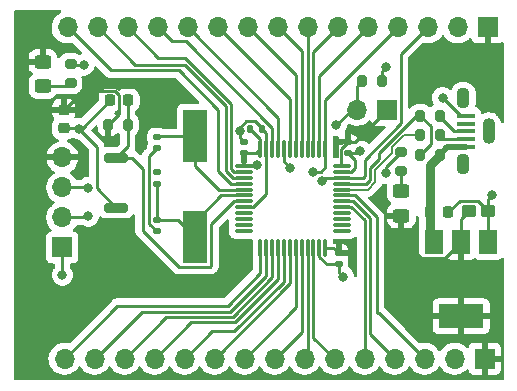
<source format=gbr>
%TF.GenerationSoftware,KiCad,Pcbnew,(6.0.5-0)*%
%TF.CreationDate,2022-07-12T00:15:49+05:30*%
%TF.ProjectId,STM32F103C8T6,53544d33-3246-4313-9033-433854362e6b,rev?*%
%TF.SameCoordinates,Original*%
%TF.FileFunction,Copper,L1,Top*%
%TF.FilePolarity,Positive*%
%FSLAX46Y46*%
G04 Gerber Fmt 4.6, Leading zero omitted, Abs format (unit mm)*
G04 Created by KiCad (PCBNEW (6.0.5-0)) date 2022-07-12 00:15:49*
%MOMM*%
%LPD*%
G01*
G04 APERTURE LIST*
G04 Aperture macros list*
%AMRoundRect*
0 Rectangle with rounded corners*
0 $1 Rounding radius*
0 $2 $3 $4 $5 $6 $7 $8 $9 X,Y pos of 4 corners*
0 Add a 4 corners polygon primitive as box body*
4,1,4,$2,$3,$4,$5,$6,$7,$8,$9,$2,$3,0*
0 Add four circle primitives for the rounded corners*
1,1,$1+$1,$2,$3*
1,1,$1+$1,$4,$5*
1,1,$1+$1,$6,$7*
1,1,$1+$1,$8,$9*
0 Add four rect primitives between the rounded corners*
20,1,$1+$1,$2,$3,$4,$5,0*
20,1,$1+$1,$4,$5,$6,$7,0*
20,1,$1+$1,$6,$7,$8,$9,0*
20,1,$1+$1,$8,$9,$2,$3,0*%
G04 Aperture macros list end*
%TA.AperFunction,ComponentPad*%
%ADD10R,1.700000X1.700000*%
%TD*%
%TA.AperFunction,ComponentPad*%
%ADD11O,1.700000X1.700000*%
%TD*%
%TA.AperFunction,SMDPad,CuDef*%
%ADD12RoundRect,0.225000X0.250000X-0.225000X0.250000X0.225000X-0.250000X0.225000X-0.250000X-0.225000X0*%
%TD*%
%TA.AperFunction,SMDPad,CuDef*%
%ADD13RoundRect,0.200000X0.275000X-0.200000X0.275000X0.200000X-0.275000X0.200000X-0.275000X-0.200000X0*%
%TD*%
%TA.AperFunction,SMDPad,CuDef*%
%ADD14RoundRect,0.250000X-0.375000X-0.275000X0.375000X-0.275000X0.375000X0.275000X-0.375000X0.275000X0*%
%TD*%
%TA.AperFunction,SMDPad,CuDef*%
%ADD15RoundRect,0.200000X0.800000X-0.200000X0.800000X0.200000X-0.800000X0.200000X-0.800000X-0.200000X0*%
%TD*%
%TA.AperFunction,SMDPad,CuDef*%
%ADD16R,2.000000X4.500000*%
%TD*%
%TA.AperFunction,SMDPad,CuDef*%
%ADD17RoundRect,0.140000X-0.170000X0.140000X-0.170000X-0.140000X0.170000X-0.140000X0.170000X0.140000X0*%
%TD*%
%TA.AperFunction,SMDPad,CuDef*%
%ADD18RoundRect,0.200000X0.200000X0.275000X-0.200000X0.275000X-0.200000X-0.275000X0.200000X-0.275000X0*%
%TD*%
%TA.AperFunction,SMDPad,CuDef*%
%ADD19RoundRect,0.140000X-0.140000X-0.170000X0.140000X-0.170000X0.140000X0.170000X-0.140000X0.170000X0*%
%TD*%
%TA.AperFunction,SMDPad,CuDef*%
%ADD20RoundRect,0.135000X-0.185000X0.135000X-0.185000X-0.135000X0.185000X-0.135000X0.185000X0.135000X0*%
%TD*%
%TA.AperFunction,SMDPad,CuDef*%
%ADD21RoundRect,0.225000X0.225000X0.250000X-0.225000X0.250000X-0.225000X-0.250000X0.225000X-0.250000X0*%
%TD*%
%TA.AperFunction,SMDPad,CuDef*%
%ADD22RoundRect,0.140000X0.170000X-0.140000X0.170000X0.140000X-0.170000X0.140000X-0.170000X-0.140000X0*%
%TD*%
%TA.AperFunction,SMDPad,CuDef*%
%ADD23RoundRect,0.200000X-0.200000X-0.275000X0.200000X-0.275000X0.200000X0.275000X-0.200000X0.275000X0*%
%TD*%
%TA.AperFunction,SMDPad,CuDef*%
%ADD24RoundRect,0.075000X-0.662500X-0.075000X0.662500X-0.075000X0.662500X0.075000X-0.662500X0.075000X0*%
%TD*%
%TA.AperFunction,SMDPad,CuDef*%
%ADD25RoundRect,0.075000X-0.075000X-0.662500X0.075000X-0.662500X0.075000X0.662500X-0.075000X0.662500X0*%
%TD*%
%TA.AperFunction,SMDPad,CuDef*%
%ADD26RoundRect,0.225000X-0.225000X-0.250000X0.225000X-0.250000X0.225000X0.250000X-0.225000X0.250000X0*%
%TD*%
%TA.AperFunction,SMDPad,CuDef*%
%ADD27R,1.500000X0.450000*%
%TD*%
%TA.AperFunction,ComponentPad*%
%ADD28O,1.100000X1.800000*%
%TD*%
%TA.AperFunction,ComponentPad*%
%ADD29O,1.100000X2.200000*%
%TD*%
%TA.AperFunction,SMDPad,CuDef*%
%ADD30RoundRect,0.250000X-0.450000X0.325000X-0.450000X-0.325000X0.450000X-0.325000X0.450000X0.325000X0*%
%TD*%
%TA.AperFunction,SMDPad,CuDef*%
%ADD31R,1.500000X2.000000*%
%TD*%
%TA.AperFunction,SMDPad,CuDef*%
%ADD32R,3.800000X2.000000*%
%TD*%
%TA.AperFunction,SMDPad,CuDef*%
%ADD33RoundRect,0.250000X0.450000X-0.325000X0.450000X0.325000X-0.450000X0.325000X-0.450000X-0.325000X0*%
%TD*%
%TA.AperFunction,ViaPad*%
%ADD34C,0.800000*%
%TD*%
%TA.AperFunction,Conductor*%
%ADD35C,0.250000*%
%TD*%
%TA.AperFunction,Conductor*%
%ADD36C,0.254000*%
%TD*%
%TA.AperFunction,Conductor*%
%ADD37C,0.762000*%
%TD*%
%TA.AperFunction,Conductor*%
%ADD38C,0.508000*%
%TD*%
%TA.AperFunction,Conductor*%
%ADD39C,0.200000*%
%TD*%
G04 APERTURE END LIST*
D10*
%TO.P,J4,1,Pin_1*%
%TO.N,GND*%
X116605000Y-131460000D03*
D11*
%TO.P,J4,2,Pin_2*%
%TO.N,SWDIO*%
X116605000Y-128920000D03*
%TO.P,J4,3,Pin_3*%
%TO.N,SWCLK*%
X116605000Y-126380000D03*
%TO.P,J4,4,Pin_4*%
%TO.N,+3.3V*%
X116605000Y-123840000D03*
%TD*%
D12*
%TO.P,C12,1*%
%TO.N,GND*%
X116710000Y-121365000D03*
%TO.P,C12,2*%
%TO.N,+3.3V*%
X116710000Y-119815000D03*
%TD*%
D13*
%TO.P,R1,1*%
%TO.N,Net-(D1-Pad1)*%
X145300000Y-125005000D03*
%TO.P,R1,2*%
%TO.N,GND*%
X145300000Y-123355000D03*
%TD*%
D14*
%TO.P,C2,1*%
%TO.N,+3.3V*%
X151030000Y-128370000D03*
%TO.P,C2,2*%
%TO.N,GND*%
X152630000Y-128370000D03*
%TD*%
D15*
%TO.P,SW1,1,1*%
%TO.N,GND*%
X121160000Y-128100000D03*
%TO.P,SW1,2,2*%
%TO.N,RST*%
X121160000Y-123900000D03*
%TD*%
D16*
%TO.P,Y1,1,1*%
%TO.N,/HSE_OUT*%
X127800000Y-122040000D03*
%TO.P,Y1,2,2*%
%TO.N,/HSE_IN*%
X127800000Y-130540000D03*
%TD*%
D17*
%TO.P,C4,1*%
%TO.N,/HSE_OUT*%
X124600000Y-122120000D03*
%TO.P,C4,2*%
%TO.N,Net-(C4-Pad2)*%
X124600000Y-123080000D03*
%TD*%
D18*
%TO.P,R6,1*%
%TO.N,Net-(J1-Pad2)*%
X148555000Y-121970000D03*
%TO.P,R6,2*%
%TO.N,USB_D-*%
X146905000Y-121970000D03*
%TD*%
D19*
%TO.P,C7,1*%
%TO.N,+3.3V*%
X132520000Y-121400000D03*
%TO.P,C7,2*%
%TO.N,GND*%
X133480000Y-121400000D03*
%TD*%
D20*
%TO.P,R10,1*%
%TO.N,/HSE_OUT*%
X124600000Y-125090000D03*
%TO.P,R10,2*%
%TO.N,/HSE_IN*%
X124600000Y-126110000D03*
%TD*%
D21*
%TO.P,C13,1*%
%TO.N,RST*%
X122175000Y-119000000D03*
%TO.P,C13,2*%
%TO.N,GND*%
X120625000Y-119000000D03*
%TD*%
D22*
%TO.P,C3,1*%
%TO.N,+3.3V*%
X132000000Y-123480000D03*
%TO.P,C3,2*%
%TO.N,GND*%
X132000000Y-122520000D03*
%TD*%
D13*
%TO.P,R8,1*%
%TO.N,Net-(D3-Pad1)*%
X117288750Y-117562500D03*
%TO.P,R8,2*%
%TO.N,PC13*%
X117288750Y-115912500D03*
%TD*%
D17*
%TO.P,C8,1*%
%TO.N,+3.3V*%
X140800000Y-122520000D03*
%TO.P,C8,2*%
%TO.N,GND*%
X140800000Y-123480000D03*
%TD*%
D18*
%TO.P,R5,1*%
%TO.N,Net-(J1-Pad3)*%
X148565000Y-120300000D03*
%TO.P,R5,2*%
%TO.N,USB_D+*%
X146915000Y-120300000D03*
%TD*%
D23*
%TO.P,R2,1*%
%TO.N,/BOOT0*%
X141975000Y-117400000D03*
%TO.P,R2,2*%
%TO.N,GND*%
X143625000Y-117400000D03*
%TD*%
D10*
%TO.P,J5,1,Pin_1*%
%TO.N,+3.3V*%
X144075000Y-119800000D03*
D11*
%TO.P,J5,2,Pin_2*%
%TO.N,/BOOT0*%
X141535000Y-119800000D03*
%TD*%
D24*
%TO.P,U1,1,VBAT*%
%TO.N,+3.3V*%
X131947500Y-124560000D03*
%TO.P,U1,2,PC13*%
%TO.N,PC13*%
X131947500Y-125060000D03*
%TO.P,U1,3,PC14*%
%TO.N,PC14*%
X131947500Y-125560000D03*
%TO.P,U1,4,PC15*%
%TO.N,PC15*%
X131947500Y-126060000D03*
%TO.P,U1,5,PD0*%
%TO.N,/HSE_OUT*%
X131947500Y-126560000D03*
%TO.P,U1,6,PD1*%
%TO.N,/HSE_IN*%
X131947500Y-127060000D03*
%TO.P,U1,7,NRST*%
%TO.N,RST*%
X131947500Y-127560000D03*
%TO.P,U1,8,VSSA*%
%TO.N,GND*%
X131947500Y-128060000D03*
%TO.P,U1,9,VDDA*%
%TO.N,+3.3VA*%
X131947500Y-128560000D03*
%TO.P,U1,10,PA0*%
%TO.N,unconnected-(U1-Pad10)*%
X131947500Y-129060000D03*
%TO.P,U1,11,PA1*%
%TO.N,unconnected-(U1-Pad11)*%
X131947500Y-129560000D03*
%TO.P,U1,12,PA2*%
%TO.N,unconnected-(U1-Pad12)*%
X131947500Y-130060000D03*
D25*
%TO.P,U1,13,PA3*%
%TO.N,PA3*%
X133360000Y-131472500D03*
%TO.P,U1,14,PA4*%
%TO.N,PA4*%
X133860000Y-131472500D03*
%TO.P,U1,15,PA5*%
%TO.N,PA5*%
X134360000Y-131472500D03*
%TO.P,U1,16,PA6*%
%TO.N,PA6*%
X134860000Y-131472500D03*
%TO.P,U1,17,PA7*%
%TO.N,PA7*%
X135360000Y-131472500D03*
%TO.P,U1,18,PB0*%
%TO.N,PB0*%
X135860000Y-131472500D03*
%TO.P,U1,19,PB1*%
%TO.N,PB1*%
X136360000Y-131472500D03*
%TO.P,U1,20,PB2*%
%TO.N,PB2*%
X136860000Y-131472500D03*
%TO.P,U1,21,PB10*%
%TO.N,PB10*%
X137360000Y-131472500D03*
%TO.P,U1,22,PB11*%
%TO.N,PB11*%
X137860000Y-131472500D03*
%TO.P,U1,23,VSS*%
%TO.N,GND*%
X138360000Y-131472500D03*
%TO.P,U1,24,VDD*%
%TO.N,+3.3V*%
X138860000Y-131472500D03*
D24*
%TO.P,U1,25,PB12*%
%TO.N,unconnected-(U1-Pad25)*%
X140272500Y-130060000D03*
%TO.P,U1,26,PB13*%
%TO.N,unconnected-(U1-Pad26)*%
X140272500Y-129560000D03*
%TO.P,U1,27,PB14*%
%TO.N,unconnected-(U1-Pad27)*%
X140272500Y-129060000D03*
%TO.P,U1,28,PB15*%
%TO.N,unconnected-(U1-Pad28)*%
X140272500Y-128560000D03*
%TO.P,U1,29,PA8*%
%TO.N,PA8*%
X140272500Y-128060000D03*
%TO.P,U1,30,PA9*%
%TO.N,PA9*%
X140272500Y-127560000D03*
%TO.P,U1,31,PA10*%
%TO.N,PA10*%
X140272500Y-127060000D03*
%TO.P,U1,32,PA11*%
%TO.N,USB_D-*%
X140272500Y-126560000D03*
%TO.P,U1,33,PA12*%
%TO.N,USB_D+*%
X140272500Y-126060000D03*
%TO.P,U1,34,PA13*%
%TO.N,SWDIO*%
X140272500Y-125560000D03*
%TO.P,U1,35,VSS*%
%TO.N,GND*%
X140272500Y-125060000D03*
%TO.P,U1,36,VDD*%
%TO.N,+3.3V*%
X140272500Y-124560000D03*
D25*
%TO.P,U1,37,PA14*%
%TO.N,SWCLK*%
X138860000Y-123147500D03*
%TO.P,U1,38,PA15*%
%TO.N,PA15*%
X138360000Y-123147500D03*
%TO.P,U1,39,PB3*%
%TO.N,SWO*%
X137860000Y-123147500D03*
%TO.P,U1,40,PB4*%
%TO.N,PB4*%
X137360000Y-123147500D03*
%TO.P,U1,41,PB5*%
%TO.N,PB5*%
X136860000Y-123147500D03*
%TO.P,U1,42,PB6*%
%TO.N,PB6*%
X136360000Y-123147500D03*
%TO.P,U1,43,PB7*%
%TO.N,PB7*%
X135860000Y-123147500D03*
%TO.P,U1,44,BOOT0*%
%TO.N,/BOOT0*%
X135360000Y-123147500D03*
%TO.P,U1,45,PB8*%
%TO.N,PB8*%
X134860000Y-123147500D03*
%TO.P,U1,46,PB9*%
%TO.N,PB9*%
X134360000Y-123147500D03*
%TO.P,U1,47,VSS*%
%TO.N,GND*%
X133860000Y-123147500D03*
%TO.P,U1,48,VDD*%
%TO.N,+3.3V*%
X133360000Y-123147500D03*
%TD*%
D26*
%TO.P,C1,1*%
%TO.N,+5V*%
X147715000Y-128480000D03*
%TO.P,C1,2*%
%TO.N,GND*%
X149265000Y-128480000D03*
%TD*%
D23*
%TO.P,R9,1*%
%TO.N,+3.3V*%
X120495000Y-121060000D03*
%TO.P,R9,2*%
%TO.N,RST*%
X122145000Y-121060000D03*
%TD*%
D18*
%TO.P,R7,1*%
%TO.N,+5V*%
X148555000Y-123610000D03*
%TO.P,R7,2*%
%TO.N,USB_D+*%
X146905000Y-123610000D03*
%TD*%
D27*
%TO.P,J1,1,VBUS*%
%TO.N,+5V*%
X150785000Y-122940000D03*
%TO.P,J1,2,D-*%
%TO.N,Net-(J1-Pad2)*%
X150785000Y-122290000D03*
%TO.P,J1,3,D+*%
%TO.N,Net-(J1-Pad3)*%
X150785000Y-121640000D03*
%TO.P,J1,4,ID*%
%TO.N,unconnected-(J1-Pad4)*%
X150785000Y-120990000D03*
%TO.P,J1,5,GND*%
%TO.N,GND*%
X150785000Y-120340000D03*
D28*
%TO.P,J1,6,Shield*%
%TO.N,unconnected-(J1-Pad6)*%
X150535000Y-118840000D03*
D29*
X152685000Y-121640000D03*
D28*
X150535000Y-124440000D03*
%TD*%
D30*
%TO.P,D1,1,K*%
%TO.N,Net-(D1-Pad1)*%
X145310000Y-126715000D03*
%TO.P,D1,2,A*%
%TO.N,+3.3V*%
X145310000Y-128765000D03*
%TD*%
D17*
%TO.P,C5,1*%
%TO.N,+3.3V*%
X140000000Y-131920000D03*
%TO.P,C5,2*%
%TO.N,GND*%
X140000000Y-132880000D03*
%TD*%
%TO.P,C6,1*%
%TO.N,/HSE_IN*%
X124600000Y-129120000D03*
%TO.P,C6,2*%
%TO.N,Net-(C4-Pad2)*%
X124600000Y-130080000D03*
%TD*%
D31*
%TO.P,U2,1,ADJ*%
%TO.N,GND*%
X152660000Y-130990000D03*
D32*
%TO.P,U2,2,VO*%
%TO.N,+3.3V*%
X150360000Y-137290000D03*
D31*
X150360000Y-130990000D03*
%TO.P,U2,3,VI*%
%TO.N,+5V*%
X148060000Y-130990000D03*
%TD*%
D33*
%TO.P,D3,1,K*%
%TO.N,Net-(D3-Pad1)*%
X114948750Y-117800000D03*
%TO.P,D3,2,A*%
%TO.N,+3.3V*%
X114948750Y-115750000D03*
%TD*%
D10*
%TO.P,J2,1,Pin_1*%
%TO.N,+3.3V*%
X152615000Y-112830000D03*
D11*
%TO.P,J2,2,Pin_2*%
%TO.N,GND*%
X150075000Y-112830000D03*
%TO.P,J2,3,Pin_3*%
%TO.N,SWDIO*%
X147535000Y-112830000D03*
%TO.P,J2,4,Pin_4*%
%TO.N,SWCLK*%
X144995000Y-112830000D03*
%TO.P,J2,5,Pin_5*%
%TO.N,PA15*%
X142455000Y-112830000D03*
%TO.P,J2,6,Pin_6*%
%TO.N,SWO*%
X139915000Y-112830000D03*
%TO.P,J2,7,Pin_7*%
%TO.N,PB4*%
X137375000Y-112830000D03*
%TO.P,J2,8,Pin_8*%
%TO.N,PB5*%
X134835000Y-112830000D03*
%TO.P,J2,9,Pin_9*%
%TO.N,PB6*%
X132295000Y-112830000D03*
%TO.P,J2,10,Pin_10*%
%TO.N,PB7*%
X129755000Y-112830000D03*
%TO.P,J2,11,Pin_11*%
%TO.N,PB8*%
X127215000Y-112830000D03*
%TO.P,J2,12,Pin_12*%
%TO.N,PB9*%
X124675000Y-112830000D03*
%TO.P,J2,13,Pin_13*%
%TO.N,PC13*%
X122135000Y-112830000D03*
%TO.P,J2,14,Pin_14*%
%TO.N,PC14*%
X119595000Y-112830000D03*
%TO.P,J2,15,Pin_15*%
%TO.N,PC15*%
X117055000Y-112830000D03*
%TD*%
D10*
%TO.P,J3,1,Pin_1*%
%TO.N,+3.3V*%
X152345000Y-140880000D03*
D11*
%TO.P,J3,2,Pin_2*%
%TO.N,GND*%
X149805000Y-140880000D03*
%TO.P,J3,3,Pin_3*%
%TO.N,PA10*%
X147265000Y-140880000D03*
%TO.P,J3,4,Pin_4*%
%TO.N,PA9*%
X144725000Y-140880000D03*
%TO.P,J3,5,Pin_5*%
%TO.N,PA8*%
X142185000Y-140880000D03*
%TO.P,J3,6,Pin_6*%
%TO.N,PB11*%
X139645000Y-140880000D03*
%TO.P,J3,7,Pin_7*%
%TO.N,PB10*%
X137105000Y-140880000D03*
%TO.P,J3,8,Pin_8*%
%TO.N,PB2*%
X134565000Y-140880000D03*
%TO.P,J3,9,Pin_9*%
%TO.N,PB1*%
X132025000Y-140880000D03*
%TO.P,J3,10,Pin_10*%
%TO.N,PB0*%
X129485000Y-140880000D03*
%TO.P,J3,11,Pin_11*%
%TO.N,PA7*%
X126945000Y-140880000D03*
%TO.P,J3,12,Pin_12*%
%TO.N,PA6*%
X124405000Y-140880000D03*
%TO.P,J3,13,Pin_13*%
%TO.N,PA5*%
X121865000Y-140880000D03*
%TO.P,J3,14,Pin_14*%
%TO.N,PA4*%
X119325000Y-140880000D03*
%TO.P,J3,15,Pin_15*%
%TO.N,PA3*%
X116785000Y-140880000D03*
%TD*%
D34*
%TO.N,SWDIO*%
X118800000Y-128800000D03*
X138600000Y-125800000D03*
%TO.N,SWCLK*%
X137800000Y-125044014D03*
X118800000Y-126400000D03*
%TO.N,PC13*%
X118400000Y-116000000D03*
%TO.N,/BOOT0*%
X139800000Y-121100000D03*
X135900000Y-124700000D03*
%TO.N,GND*%
X144000000Y-116200000D03*
X140400000Y-134000000D03*
X148800000Y-118800000D03*
X118000000Y-121400000D03*
X141837701Y-123337701D03*
X116600000Y-133800000D03*
X144000000Y-125200000D03*
X131641218Y-121602593D03*
X153000000Y-127000000D03*
%TO.N,+3.3V*%
X133100000Y-124500000D03*
X141400000Y-121600000D03*
X144400000Y-132100000D03*
X126200000Y-118800000D03*
X141100000Y-132000000D03*
%TD*%
D35*
%TO.N,/HSE_OUT*%
X127800000Y-124540000D02*
X129820000Y-126560000D01*
X127800000Y-122040000D02*
X124680000Y-122040000D01*
X129820000Y-126560000D02*
X131947500Y-126560000D01*
X124680000Y-122040000D02*
X124600000Y-122120000D01*
X127800000Y-122040000D02*
X127800000Y-124540000D01*
%TO.N,Net-(C4-Pad2)*%
X124593070Y-130080000D02*
X124600000Y-130080000D01*
X123955480Y-123724520D02*
X123955480Y-129442410D01*
X123955480Y-129442410D02*
X124593070Y-130080000D01*
X124600000Y-123080000D02*
X123955480Y-123724520D01*
%TO.N,/HSE_IN*%
X130030000Y-127060000D02*
X127800000Y-129290000D01*
X124600000Y-129120000D02*
X124600000Y-126110000D01*
X131947500Y-127060000D02*
X130030000Y-127060000D01*
X127800000Y-129290000D02*
X127800000Y-130540000D01*
X126380000Y-129120000D02*
X127800000Y-130540000D01*
X124600000Y-129120000D02*
X126380000Y-129120000D01*
%TO.N,RST*%
X131144994Y-127560000D02*
X129200000Y-129504994D01*
X129124511Y-133114511D02*
X126475489Y-133114511D01*
X122145000Y-122915000D02*
X121160000Y-123900000D01*
X126475489Y-133114511D02*
X123400000Y-130039022D01*
X122145000Y-121060000D02*
X122145000Y-119030000D01*
X129200000Y-133039022D02*
X129124511Y-133114511D01*
X122145000Y-121060000D02*
X122145000Y-122915000D01*
X123400000Y-130039022D02*
X123400000Y-124800000D01*
X122500000Y-123900000D02*
X121160000Y-123900000D01*
X123400000Y-124800000D02*
X122500000Y-123900000D01*
X122145000Y-119030000D02*
X122175000Y-119000000D01*
X131947500Y-127560000D02*
X131144994Y-127560000D01*
X129200000Y-129504994D02*
X129200000Y-133039022D01*
D36*
%TO.N,Net-(J1-Pad2)*%
X150785000Y-122290000D02*
X148875000Y-122290000D01*
X148875000Y-122290000D02*
X148555000Y-121970000D01*
%TO.N,Net-(J1-Pad3)*%
X148565000Y-120424000D02*
X148565000Y-120300000D01*
X150785000Y-121640000D02*
X149781000Y-121640000D01*
X149781000Y-121640000D02*
X148565000Y-120424000D01*
D35*
%TO.N,SWDIO*%
X145249511Y-120950489D02*
X142179132Y-124020868D01*
X145249511Y-115115489D02*
X145249511Y-120950489D01*
X142179132Y-124020868D02*
X142179132Y-125420868D01*
X138600000Y-125800000D02*
X138840000Y-125560000D01*
X138840000Y-125560000D02*
X140272500Y-125560000D01*
X116605000Y-128920000D02*
X118680000Y-128920000D01*
X142040000Y-125560000D02*
X140272500Y-125560000D01*
X147535000Y-112830000D02*
X145249511Y-115115489D01*
X142179132Y-125420868D02*
X142040000Y-125560000D01*
X118680000Y-128920000D02*
X118800000Y-128800000D01*
%TO.N,SWCLK*%
X138860000Y-118965000D02*
X144995000Y-112830000D01*
X138485980Y-125044014D02*
X138860000Y-124669994D01*
X116605000Y-126380000D02*
X118780000Y-126380000D01*
X138860000Y-123147500D02*
X138860000Y-118965000D01*
X118780000Y-126380000D02*
X118800000Y-126400000D01*
X137800000Y-125044014D02*
X138485980Y-125044014D01*
X138860000Y-124669994D02*
X138860000Y-123147500D01*
%TO.N,PA15*%
X138360000Y-116925000D02*
X142455000Y-112830000D01*
X138360000Y-123147500D02*
X138360000Y-116925000D01*
%TO.N,SWO*%
X139915000Y-112830000D02*
X137860000Y-114885000D01*
X137860000Y-114885000D02*
X137860000Y-123147500D01*
%TO.N,PB4*%
X137375000Y-123132500D02*
X137360000Y-123147500D01*
X137375000Y-112830000D02*
X137375000Y-123132500D01*
%TO.N,PB5*%
X136860000Y-114855000D02*
X134835000Y-112830000D01*
X136860000Y-123147500D02*
X136860000Y-114855000D01*
%TO.N,PB6*%
X136360000Y-123147500D02*
X136360000Y-116895000D01*
X136360000Y-116895000D02*
X132295000Y-112830000D01*
%TO.N,PB7*%
X135860000Y-123147500D02*
X135860000Y-118935000D01*
X135860000Y-118935000D02*
X129755000Y-112830000D01*
%TO.N,PB8*%
X134860000Y-123147500D02*
X134860000Y-120475000D01*
X134860000Y-120475000D02*
X127215000Y-112830000D01*
%TO.N,PB9*%
X127051441Y-114004511D02*
X125849511Y-114004511D01*
X134360000Y-121313070D02*
X127051441Y-114004511D01*
X125849511Y-114004511D02*
X124675000Y-112830000D01*
X134360000Y-123147500D02*
X134360000Y-121313070D01*
%TO.N,PC13*%
X131144994Y-125060000D02*
X131947500Y-125060000D01*
X130885480Y-124800486D02*
X131144994Y-125060000D01*
X130885480Y-121314520D02*
X130885480Y-124800486D01*
X122135000Y-112830000D02*
X124705000Y-115400000D01*
X130885480Y-121226458D02*
X130885480Y-121314520D01*
X130885480Y-119285480D02*
X130885480Y-121314520D01*
X118400000Y-116000000D02*
X117376250Y-116000000D01*
X127000000Y-115400000D02*
X130885480Y-119285480D01*
X122135000Y-112830000D02*
X122489022Y-112830000D01*
X117376250Y-116000000D02*
X117288750Y-115912500D01*
X124705000Y-115400000D02*
X127000000Y-115400000D01*
%TO.N,PC14*%
X130435960Y-119471678D02*
X130435960Y-124986684D01*
X122782859Y-116017859D02*
X126982141Y-116017859D01*
X130724638Y-125275362D02*
X131009276Y-125560000D01*
X126982141Y-116017859D02*
X130435960Y-119471678D01*
X119595000Y-112830000D02*
X122782859Y-116017859D01*
X131009276Y-125560000D02*
X130524638Y-125075362D01*
X131009276Y-125560000D02*
X131947500Y-125560000D01*
X130435960Y-124986684D02*
X130724638Y-125275362D01*
%TO.N,PC15*%
X129800000Y-119800000D02*
X126467379Y-116467379D01*
X129800000Y-124986442D02*
X129800000Y-119800000D01*
X126467379Y-116467379D02*
X120692379Y-116467379D01*
X130873558Y-126060000D02*
X129800000Y-124986442D01*
X131947500Y-126060000D02*
X130873558Y-126060000D01*
X120692379Y-116467379D02*
X117055000Y-112830000D01*
%TO.N,PA10*%
X141346441Y-127060000D02*
X143200000Y-128913559D01*
X140272500Y-127060000D02*
X141346441Y-127060000D01*
X147265000Y-140880000D02*
X143385000Y-137000000D01*
X143200000Y-128913559D02*
X143200000Y-137000000D01*
X143385000Y-137000000D02*
X143200000Y-137000000D01*
%TO.N,PA9*%
X141210724Y-127560000D02*
X142634520Y-128983797D01*
X142634520Y-138789520D02*
X144725000Y-140880000D01*
X140272500Y-127560000D02*
X141210724Y-127560000D01*
X142634520Y-128983797D02*
X142634520Y-138789520D01*
%TO.N,PA8*%
X142185000Y-129169994D02*
X141049526Y-128034520D01*
X141049526Y-128034520D02*
X140600000Y-128034520D01*
X142185000Y-140880000D02*
X142185000Y-129169994D01*
%TO.N,PB11*%
X137860000Y-139095000D02*
X139645000Y-140880000D01*
X137860000Y-131472500D02*
X137860000Y-139095000D01*
%TO.N,PB10*%
X137360000Y-131472500D02*
X137360000Y-140625000D01*
X137360000Y-140625000D02*
X137105000Y-140880000D01*
%TO.N,PB2*%
X136860000Y-131472500D02*
X136860000Y-138585000D01*
X136860000Y-138585000D02*
X134565000Y-140880000D01*
%TO.N,PB1*%
X136360000Y-136545000D02*
X132025000Y-140880000D01*
X136360000Y-131472500D02*
X136360000Y-136545000D01*
%TO.N,PB0*%
X135860000Y-131472500D02*
X135860000Y-134505000D01*
X135860000Y-134505000D02*
X129485000Y-140880000D01*
%TO.N,PA7*%
X129260359Y-138564641D02*
X126945000Y-140880000D01*
X135360000Y-131472500D02*
X135360000Y-134369282D01*
X135360000Y-134369282D02*
X131164641Y-138564641D01*
X131164641Y-138564641D02*
X129260359Y-138564641D01*
%TO.N,PA6*%
X134860000Y-134140000D02*
X131200000Y-137800000D01*
X131200000Y-137800000D02*
X127485000Y-137800000D01*
X127485000Y-137800000D02*
X124405000Y-140880000D01*
X134860000Y-131472500D02*
X134860000Y-134140000D01*
%TO.N,PA5*%
X125394520Y-137350480D02*
X121865000Y-140880000D01*
X131013802Y-137350480D02*
X125394520Y-137350480D01*
X134360000Y-134004282D02*
X131013802Y-137350480D01*
X134360000Y-131472500D02*
X134360000Y-134004282D01*
%TO.N,PA4*%
X133860000Y-131472500D02*
X133860000Y-133868564D01*
X133860000Y-133868564D02*
X130827604Y-136900960D01*
X130827604Y-136900960D02*
X123304040Y-136900960D01*
X123304040Y-136900960D02*
X119325000Y-140880000D01*
%TO.N,PA3*%
X133360000Y-133640000D02*
X130600000Y-136400000D01*
X130600000Y-136400000D02*
X121265000Y-136400000D01*
X121265000Y-136400000D02*
X116785000Y-140880000D01*
X133360000Y-131472500D02*
X133360000Y-133640000D01*
%TO.N,/BOOT0*%
X141535000Y-119800000D02*
X141535000Y-117840000D01*
X141100000Y-119800000D02*
X139800000Y-121100000D01*
X141535000Y-117840000D02*
X141975000Y-117400000D01*
X135900000Y-124700000D02*
X135360000Y-124160000D01*
X141535000Y-119800000D02*
X141100000Y-119800000D01*
X135360000Y-124160000D02*
X135360000Y-123147500D01*
%TO.N,Net-(D3-Pad1)*%
X117051250Y-117800000D02*
X117288750Y-117562500D01*
X114948750Y-117800000D02*
X117051250Y-117800000D01*
%TO.N,GND*%
X152630000Y-128370000D02*
X152630000Y-127370000D01*
X144000000Y-124655000D02*
X144000000Y-125200000D01*
X138360000Y-131472500D02*
X138360000Y-132275006D01*
X143625000Y-116575000D02*
X144000000Y-116200000D01*
X131641218Y-121602593D02*
X131641218Y-122161218D01*
X140000000Y-133600000D02*
X140400000Y-134000000D01*
X132750006Y-128060000D02*
X133860000Y-126950006D01*
X131947500Y-128060000D02*
X132750006Y-128060000D01*
X132865480Y-120765480D02*
X133480000Y-121380000D01*
X152630000Y-128370000D02*
X151780480Y-127520480D01*
X152660000Y-128400000D02*
X152630000Y-128370000D01*
X141400000Y-124735006D02*
X141400000Y-124080000D01*
X131641218Y-121602593D02*
X131641218Y-121311852D01*
X133860000Y-126950006D02*
X133860000Y-123147500D01*
X133480000Y-121406930D02*
X133480000Y-121400000D01*
X140000000Y-132880000D02*
X140000000Y-133600000D01*
X132187590Y-120765480D02*
X132865480Y-120765480D01*
X138964994Y-132880000D02*
X140000000Y-132880000D01*
X120625000Y-119000000D02*
X118225000Y-121400000D01*
X138360000Y-132275006D02*
X138964994Y-132880000D01*
X141075006Y-125060000D02*
X141400000Y-124735006D01*
X131641218Y-122161218D02*
X132000000Y-122520000D01*
X133860000Y-123147500D02*
X133860000Y-121780000D01*
X133860000Y-121780000D02*
X133480000Y-121400000D01*
X118000000Y-121400000D02*
X119524511Y-122924511D01*
X140272500Y-125060000D02*
X141075006Y-125060000D01*
X117965000Y-121365000D02*
X118000000Y-121400000D01*
X152630000Y-127370000D02*
X153000000Y-127000000D01*
X140800000Y-123480000D02*
X141695402Y-123480000D01*
X116605000Y-131460000D02*
X116605000Y-133795000D01*
X141695402Y-123480000D02*
X141837701Y-123337701D01*
X151780480Y-127520480D02*
X150224520Y-127520480D01*
X141400000Y-124080000D02*
X140800000Y-123480000D01*
X133480000Y-121380000D02*
X133480000Y-121400000D01*
X150340000Y-120340000D02*
X148800000Y-118800000D01*
X145300000Y-123355000D02*
X144000000Y-124655000D01*
X150785000Y-120340000D02*
X150340000Y-120340000D01*
X150224520Y-127520480D02*
X149265000Y-128480000D01*
X143625000Y-117400000D02*
X143625000Y-116575000D01*
X116710000Y-121365000D02*
X117965000Y-121365000D01*
X116605000Y-133795000D02*
X116600000Y-133800000D01*
X152660000Y-130990000D02*
X152660000Y-128400000D01*
X119524511Y-126464511D02*
X121160000Y-128100000D01*
X118225000Y-121400000D02*
X118000000Y-121400000D01*
X131641218Y-121311852D02*
X132187590Y-120765480D01*
X119524511Y-122924511D02*
X119524511Y-126464511D01*
%TO.N,+3.3V*%
X133360000Y-122246930D02*
X133360000Y-123147500D01*
D36*
X145310000Y-130643022D02*
X146983489Y-132316511D01*
D35*
X140165480Y-124452980D02*
X140272500Y-124560000D01*
X142137500Y-121737500D02*
X141355000Y-122520000D01*
X132520000Y-121406930D02*
X133360000Y-122246930D01*
X118324520Y-118200480D02*
X116710000Y-119815000D01*
X132520000Y-121400000D02*
X132520000Y-121406930D01*
D36*
X150360000Y-129040000D02*
X150360000Y-130990000D01*
D35*
X142137500Y-121737500D02*
X142000000Y-121600000D01*
D36*
X144400000Y-131553022D02*
X144400000Y-132100000D01*
X140080000Y-132000000D02*
X140000000Y-131920000D01*
D35*
X131947500Y-123532500D02*
X132000000Y-123480000D01*
D36*
X146983489Y-132316511D02*
X149033489Y-132316511D01*
D35*
X131947500Y-124560000D02*
X133040000Y-124560000D01*
X142000000Y-121600000D02*
X141400000Y-121600000D01*
X139552500Y-131472500D02*
X140000000Y-131920000D01*
X121399520Y-120155480D02*
X121399520Y-118522382D01*
X140793070Y-122520000D02*
X140165480Y-123147590D01*
X133027500Y-123480000D02*
X133360000Y-123147500D01*
X120495000Y-121060000D02*
X121399520Y-120155480D01*
X131947500Y-124560000D02*
X131947500Y-123532500D01*
X132000000Y-123480000D02*
X133027500Y-123480000D01*
X140165480Y-123147590D02*
X140165480Y-124452980D01*
X141355000Y-122520000D02*
X140800000Y-122520000D01*
X138860000Y-131472500D02*
X139552500Y-131472500D01*
X133040000Y-124560000D02*
X133100000Y-124500000D01*
D36*
X141100000Y-132000000D02*
X140080000Y-132000000D01*
D35*
X121077618Y-118200480D02*
X118324520Y-118200480D01*
D36*
X145310000Y-130643022D02*
X144400000Y-131553022D01*
X151030000Y-128370000D02*
X150360000Y-129040000D01*
X149033489Y-132316511D02*
X150360000Y-130990000D01*
D35*
X121399520Y-118522382D02*
X121077618Y-118200480D01*
D36*
X145310000Y-128765000D02*
X145310000Y-130643022D01*
D35*
X144075000Y-119800000D02*
X142137500Y-121737500D01*
X140800000Y-122520000D02*
X140793070Y-122520000D01*
D36*
%TO.N,Net-(D1-Pad1)*%
X145300000Y-125005000D02*
X145300000Y-126705000D01*
X145300000Y-126705000D02*
X145310000Y-126715000D01*
D37*
%TO.N,+5V*%
X147715000Y-130645000D02*
X148060000Y-130990000D01*
X147715000Y-128480000D02*
X147715000Y-130645000D01*
D38*
X148555000Y-123610000D02*
X149196489Y-122968511D01*
X149196489Y-122968511D02*
X150756489Y-122968511D01*
D37*
X147715000Y-128480000D02*
X147715000Y-124450000D01*
X147715000Y-124450000D02*
X148555000Y-123610000D01*
D39*
%TO.N,USB_D-*%
X143100000Y-125900000D02*
X143100000Y-124900000D01*
X143100000Y-124900000D02*
X144525480Y-123474520D01*
X144525480Y-123474520D02*
X144525480Y-122948093D01*
X142440000Y-126560000D02*
X140272500Y-126560000D01*
X145503573Y-121970000D02*
X146905000Y-121970000D01*
X144525480Y-122948093D02*
X145503573Y-121970000D01*
X143100000Y-125900000D02*
X142440000Y-126560000D01*
D36*
%TO.N,USB_D+*%
X147828480Y-122686520D02*
X146905000Y-123610000D01*
X142673480Y-125723330D02*
X142336810Y-126060000D01*
X146570383Y-120300000D02*
X143400000Y-123470383D01*
X146915000Y-120300000D02*
X147828480Y-121213480D01*
X143400000Y-123996810D02*
X142673480Y-124723330D01*
X143400000Y-123470383D02*
X143400000Y-123996810D01*
X142336810Y-126060000D02*
X140272500Y-126060000D01*
X146915000Y-120300000D02*
X146570383Y-120300000D01*
X142673480Y-124723330D02*
X142673480Y-125723330D01*
X147828480Y-121213480D02*
X147828480Y-122686520D01*
%TD*%
%TA.AperFunction,Conductor*%
%TO.N,+3.3V*%
G36*
X116454275Y-111398502D02*
G01*
X116500768Y-111452158D01*
X116510872Y-111522432D01*
X116481378Y-111587012D01*
X116444336Y-111616262D01*
X116328607Y-111676507D01*
X116324474Y-111679610D01*
X116324471Y-111679612D01*
X116241450Y-111741946D01*
X116149965Y-111810635D01*
X115995629Y-111972138D01*
X115869743Y-112156680D01*
X115775688Y-112359305D01*
X115715989Y-112574570D01*
X115692251Y-112796695D01*
X115705110Y-113019715D01*
X115706247Y-113024761D01*
X115706248Y-113024767D01*
X115727275Y-113118069D01*
X115754222Y-113237639D01*
X115838266Y-113444616D01*
X115889942Y-113528944D01*
X115952291Y-113630688D01*
X115954987Y-113635088D01*
X116101250Y-113803938D01*
X116273126Y-113946632D01*
X116466000Y-114059338D01*
X116674692Y-114139030D01*
X116679760Y-114140061D01*
X116679763Y-114140062D01*
X116787012Y-114161882D01*
X116893597Y-114183567D01*
X116898772Y-114183757D01*
X116898774Y-114183757D01*
X117111673Y-114191564D01*
X117111677Y-114191564D01*
X117116837Y-114191753D01*
X117121957Y-114191097D01*
X117121959Y-114191097D01*
X117333288Y-114164025D01*
X117333289Y-114164025D01*
X117338416Y-114163368D01*
X117343367Y-114161883D01*
X117343370Y-114161882D01*
X117384829Y-114149444D01*
X117455825Y-114149028D01*
X117510131Y-114181035D01*
X118236154Y-114907058D01*
X118270180Y-114969370D01*
X118265115Y-115040185D01*
X118222568Y-115097021D01*
X118173255Y-115119400D01*
X118124170Y-115129833D01*
X118124167Y-115129834D01*
X118117712Y-115131206D01*
X118111685Y-115133889D01*
X118111677Y-115133892D01*
X118093729Y-115141884D01*
X118023362Y-115151321D01*
X117977206Y-115134555D01*
X117857449Y-115062028D01*
X117850202Y-115059757D01*
X117850200Y-115059756D01*
X117772668Y-115035459D01*
X117693812Y-115010747D01*
X117620385Y-115004000D01*
X117617487Y-115004000D01*
X117287890Y-115004001D01*
X116957116Y-115004001D01*
X116954258Y-115004264D01*
X116954249Y-115004264D01*
X116918746Y-115007526D01*
X116883688Y-115010747D01*
X116877310Y-115012746D01*
X116877309Y-115012746D01*
X116727300Y-115059756D01*
X116727298Y-115059757D01*
X116720051Y-115062028D01*
X116573369Y-115150861D01*
X116452111Y-115272119D01*
X116448174Y-115278620D01*
X116385247Y-115382525D01*
X116332850Y-115430432D01*
X116262870Y-115442405D01*
X116197526Y-115414644D01*
X116157564Y-115355962D01*
X116152144Y-115330257D01*
X116146493Y-115275794D01*
X116143601Y-115262400D01*
X116092162Y-115108216D01*
X116085989Y-115095038D01*
X116000687Y-114957193D01*
X115991651Y-114945792D01*
X115876921Y-114831261D01*
X115865510Y-114822249D01*
X115727507Y-114737184D01*
X115714326Y-114731037D01*
X115560040Y-114679862D01*
X115546664Y-114676995D01*
X115452312Y-114667328D01*
X115445895Y-114667000D01*
X115220865Y-114667000D01*
X115205626Y-114671475D01*
X115204421Y-114672865D01*
X115202750Y-114680548D01*
X115202750Y-115878000D01*
X115182748Y-115946121D01*
X115129092Y-115992614D01*
X115076750Y-116004000D01*
X113758866Y-116004000D01*
X113743627Y-116008475D01*
X113742422Y-116009865D01*
X113740751Y-116017548D01*
X113740751Y-116122095D01*
X113741088Y-116128614D01*
X113751007Y-116224206D01*
X113753899Y-116237600D01*
X113805338Y-116391784D01*
X113811511Y-116404962D01*
X113896813Y-116542807D01*
X113905849Y-116554208D01*
X114020578Y-116668738D01*
X114029512Y-116675794D01*
X114070573Y-116733712D01*
X114073803Y-116804635D01*
X114038176Y-116866046D01*
X114030343Y-116872846D01*
X114024402Y-116876522D01*
X113899445Y-117001697D01*
X113895605Y-117007927D01*
X113895604Y-117007928D01*
X113825979Y-117120881D01*
X113806635Y-117152262D01*
X113750953Y-117320139D01*
X113740250Y-117424600D01*
X113740250Y-118175400D01*
X113740587Y-118178646D01*
X113740587Y-118178650D01*
X113749302Y-118262640D01*
X113751224Y-118281166D01*
X113753405Y-118287702D01*
X113753405Y-118287704D01*
X113783114Y-118376753D01*
X113807200Y-118448946D01*
X113900272Y-118599348D01*
X113905454Y-118604521D01*
X113934806Y-118633822D01*
X114025447Y-118724305D01*
X114031677Y-118728145D01*
X114031678Y-118728146D01*
X114168840Y-118812694D01*
X114176012Y-118817115D01*
X114191711Y-118822322D01*
X114337361Y-118870632D01*
X114337363Y-118870632D01*
X114343889Y-118872797D01*
X114350725Y-118873497D01*
X114350728Y-118873498D01*
X114393781Y-118877909D01*
X114448350Y-118883500D01*
X115449150Y-118883500D01*
X115452396Y-118883163D01*
X115452400Y-118883163D01*
X115548058Y-118873238D01*
X115548062Y-118873237D01*
X115554916Y-118872526D01*
X115561452Y-118870345D01*
X115561454Y-118870345D01*
X115705395Y-118822322D01*
X115722696Y-118816550D01*
X115873098Y-118723478D01*
X115998055Y-118598303D01*
X116062729Y-118493383D01*
X116115500Y-118445891D01*
X116169988Y-118433500D01*
X116766276Y-118433500D01*
X116803955Y-118439266D01*
X116883688Y-118464253D01*
X116957115Y-118471000D01*
X116960013Y-118471000D01*
X117289610Y-118470999D01*
X117620384Y-118470999D01*
X117623242Y-118470736D01*
X117623251Y-118470736D01*
X117658754Y-118467474D01*
X117693812Y-118464253D01*
X117736278Y-118450945D01*
X117850200Y-118415244D01*
X117850202Y-118415243D01*
X117857449Y-118412972D01*
X118004131Y-118324139D01*
X118125389Y-118202881D01*
X118214222Y-118056199D01*
X118221023Y-118034499D01*
X118252551Y-117933891D01*
X118265503Y-117892562D01*
X118272250Y-117819135D01*
X118272249Y-117305866D01*
X118265503Y-117232438D01*
X118263504Y-117226059D01*
X118215281Y-117072179D01*
X118213997Y-117001194D01*
X118251294Y-116940783D01*
X118315331Y-116910127D01*
X118335515Y-116908500D01*
X118495487Y-116908500D01*
X118501939Y-116907128D01*
X118501944Y-116907128D01*
X118588887Y-116888647D01*
X118682288Y-116868794D01*
X118688319Y-116866109D01*
X118850722Y-116793803D01*
X118850724Y-116793802D01*
X118856752Y-116791118D01*
X119011253Y-116678866D01*
X119038680Y-116648405D01*
X119134621Y-116541852D01*
X119134622Y-116541851D01*
X119139040Y-116536944D01*
X119234527Y-116371556D01*
X119285301Y-116215291D01*
X119325375Y-116156686D01*
X119390772Y-116129049D01*
X119460728Y-116141156D01*
X119494229Y-116165133D01*
X120188722Y-116859626D01*
X120196266Y-116867916D01*
X120200379Y-116874397D01*
X120206156Y-116879822D01*
X120250046Y-116921037D01*
X120252888Y-116923792D01*
X120272610Y-116943514D01*
X120275752Y-116945951D01*
X120275812Y-116945998D01*
X120284824Y-116953696D01*
X120310415Y-116977726D01*
X120317058Y-116983965D01*
X120324001Y-116987782D01*
X120334810Y-116993724D01*
X120351332Y-117004577D01*
X120367338Y-117016993D01*
X120374616Y-117020143D01*
X120374617Y-117020143D01*
X120407916Y-117034553D01*
X120418566Y-117039770D01*
X120457319Y-117061074D01*
X120464994Y-117063045D01*
X120464995Y-117063045D01*
X120476941Y-117066112D01*
X120495645Y-117072516D01*
X120503810Y-117076049D01*
X120514234Y-117080560D01*
X120522057Y-117081799D01*
X120522067Y-117081802D01*
X120557903Y-117087478D01*
X120569523Y-117089884D01*
X120604668Y-117098907D01*
X120612349Y-117100879D01*
X120632603Y-117100879D01*
X120652313Y-117102430D01*
X120672322Y-117105599D01*
X120680214Y-117104853D01*
X120716340Y-117101438D01*
X120728198Y-117100879D01*
X126152785Y-117100879D01*
X126220906Y-117120881D01*
X126241880Y-117137784D01*
X128170500Y-119066405D01*
X128204526Y-119128717D01*
X128199461Y-119199533D01*
X128156914Y-119256368D01*
X128090394Y-119281179D01*
X128081405Y-119281500D01*
X126751866Y-119281500D01*
X126689684Y-119288255D01*
X126553295Y-119339385D01*
X126436739Y-119426739D01*
X126349385Y-119543295D01*
X126298255Y-119679684D01*
X126291500Y-119741866D01*
X126291500Y-121280500D01*
X126271498Y-121348621D01*
X126217842Y-121395114D01*
X126165500Y-121406500D01*
X125108697Y-121406500D01*
X125044557Y-121388953D01*
X125036422Y-121384142D01*
X125036420Y-121384141D01*
X125029597Y-121380106D01*
X125021986Y-121377895D01*
X125021984Y-121377894D01*
X124971005Y-121363084D01*
X124872254Y-121334394D01*
X124865849Y-121333890D01*
X124865844Y-121333889D01*
X124837940Y-121331693D01*
X124837932Y-121331693D01*
X124835484Y-121331500D01*
X124364516Y-121331500D01*
X124362068Y-121331693D01*
X124362060Y-121331693D01*
X124334156Y-121333889D01*
X124334151Y-121333890D01*
X124327746Y-121334394D01*
X124228995Y-121363084D01*
X124178016Y-121377894D01*
X124178014Y-121377895D01*
X124170403Y-121380106D01*
X124163581Y-121384141D01*
X124163580Y-121384141D01*
X124036192Y-121459478D01*
X124029371Y-121463512D01*
X123913512Y-121579371D01*
X123909478Y-121586192D01*
X123880338Y-121635466D01*
X123830106Y-121720403D01*
X123827895Y-121728014D01*
X123827894Y-121728016D01*
X123821649Y-121749513D01*
X123784394Y-121877746D01*
X123783890Y-121884151D01*
X123783889Y-121884156D01*
X123782579Y-121900806D01*
X123781500Y-121914516D01*
X123781500Y-122325484D01*
X123781693Y-122327932D01*
X123781693Y-122327940D01*
X123783866Y-122355543D01*
X123784394Y-122362254D01*
X123830106Y-122519597D01*
X123834141Y-122526420D01*
X123834142Y-122526422D01*
X123839725Y-122535863D01*
X123857183Y-122604680D01*
X123839725Y-122664137D01*
X123837346Y-122668160D01*
X123830106Y-122680403D01*
X123784394Y-122837746D01*
X123783890Y-122844151D01*
X123783889Y-122844156D01*
X123781949Y-122868812D01*
X123781500Y-122874516D01*
X123781500Y-122950405D01*
X123761498Y-123018526D01*
X123744595Y-123039500D01*
X123563227Y-123220868D01*
X123554941Y-123228408D01*
X123548462Y-123232520D01*
X123543037Y-123238297D01*
X123501837Y-123282171D01*
X123499082Y-123285013D01*
X123479345Y-123304750D01*
X123476865Y-123307947D01*
X123469162Y-123316967D01*
X123438894Y-123349199D01*
X123435075Y-123356145D01*
X123435073Y-123356148D01*
X123429132Y-123366954D01*
X123418281Y-123383473D01*
X123405866Y-123399479D01*
X123402721Y-123406748D01*
X123402718Y-123406752D01*
X123388306Y-123440057D01*
X123383089Y-123450707D01*
X123361785Y-123489460D01*
X123359814Y-123497135D01*
X123359814Y-123497136D01*
X123356747Y-123509082D01*
X123350343Y-123527786D01*
X123350138Y-123528261D01*
X123342299Y-123546375D01*
X123341060Y-123554200D01*
X123341059Y-123554202D01*
X123339962Y-123561129D01*
X123309549Y-123625282D01*
X123249281Y-123662809D01*
X123178292Y-123661795D01*
X123126418Y-123630513D01*
X123003652Y-123507747D01*
X122996112Y-123499461D01*
X122992000Y-123492982D01*
X122942348Y-123446356D01*
X122939507Y-123443602D01*
X122919770Y-123423865D01*
X122916573Y-123421385D01*
X122907551Y-123413680D01*
X122905448Y-123411705D01*
X122875321Y-123383414D01*
X122868375Y-123379595D01*
X122868372Y-123379593D01*
X122857566Y-123373652D01*
X122841047Y-123362801D01*
X122840583Y-123362441D01*
X122825041Y-123350386D01*
X122817772Y-123347241D01*
X122817768Y-123347238D01*
X122793408Y-123336697D01*
X122738833Y-123291287D01*
X122717473Y-123223580D01*
X122732036Y-123164407D01*
X122731958Y-123164376D01*
X122732184Y-123163806D01*
X122733031Y-123160363D01*
X122734875Y-123157008D01*
X122738695Y-123150060D01*
X122740666Y-123142383D01*
X122740668Y-123142378D01*
X122743732Y-123130442D01*
X122750138Y-123111730D01*
X122755034Y-123100417D01*
X122758181Y-123093145D01*
X122761281Y-123073577D01*
X122765097Y-123049481D01*
X122767504Y-123037860D01*
X122776528Y-123002711D01*
X122776528Y-123002710D01*
X122778500Y-122995030D01*
X122778500Y-122974769D01*
X122780051Y-122955058D01*
X122780125Y-122954595D01*
X122783219Y-122935057D01*
X122779059Y-122891046D01*
X122778500Y-122879189D01*
X122778500Y-121955710D01*
X122798502Y-121887589D01*
X122815405Y-121866615D01*
X122906639Y-121775381D01*
X122995472Y-121628699D01*
X123046753Y-121465062D01*
X123053500Y-121391635D01*
X123053499Y-120728366D01*
X123046753Y-120654938D01*
X123017392Y-120561248D01*
X122997744Y-120498550D01*
X122997743Y-120498548D01*
X122995472Y-120491301D01*
X122906639Y-120344619D01*
X122815405Y-120253385D01*
X122781379Y-120191073D01*
X122778500Y-120164290D01*
X122778500Y-119948593D01*
X122798502Y-119880472D01*
X122838196Y-119841449D01*
X122852490Y-119832603D01*
X122852491Y-119832602D01*
X122858713Y-119828752D01*
X122979552Y-119707702D01*
X122998398Y-119677129D01*
X123065462Y-119568331D01*
X123065463Y-119568329D01*
X123069302Y-119562101D01*
X123123149Y-119399757D01*
X123126323Y-119368784D01*
X123130783Y-119325246D01*
X123133500Y-119298732D01*
X123133500Y-118701268D01*
X123122887Y-118598981D01*
X123080189Y-118471000D01*
X123071073Y-118443676D01*
X123071072Y-118443674D01*
X123068756Y-118436732D01*
X123035815Y-118383499D01*
X122982606Y-118297515D01*
X122978752Y-118291287D01*
X122857702Y-118170448D01*
X122810115Y-118141115D01*
X122718331Y-118084538D01*
X122718329Y-118084537D01*
X122712101Y-118080698D01*
X122549757Y-118026851D01*
X122542920Y-118026151D01*
X122542918Y-118026150D01*
X122501599Y-118021917D01*
X122448732Y-118016500D01*
X121901268Y-118016500D01*
X121898022Y-118016837D01*
X121898018Y-118016837D01*
X121863917Y-118020375D01*
X121798981Y-118027113D01*
X121792440Y-118029295D01*
X121792441Y-118029295D01*
X121643676Y-118078927D01*
X121643674Y-118078928D01*
X121636732Y-118081244D01*
X121630508Y-118085096D01*
X121630507Y-118085096D01*
X121498787Y-118166607D01*
X121491287Y-118171248D01*
X121486114Y-118176430D01*
X121480380Y-118180975D01*
X121478858Y-118179055D01*
X121426794Y-118207545D01*
X121355974Y-118202544D01*
X121319448Y-118179118D01*
X121318628Y-118180157D01*
X121312882Y-118175619D01*
X121307702Y-118170448D01*
X121260115Y-118141115D01*
X121168331Y-118084538D01*
X121168329Y-118084537D01*
X121162101Y-118080698D01*
X120999757Y-118026851D01*
X120992920Y-118026151D01*
X120992918Y-118026150D01*
X120951599Y-118021917D01*
X120898732Y-118016500D01*
X120351268Y-118016500D01*
X120348022Y-118016837D01*
X120348018Y-118016837D01*
X120313917Y-118020375D01*
X120248981Y-118027113D01*
X120242440Y-118029295D01*
X120242441Y-118029295D01*
X120093676Y-118078927D01*
X120093674Y-118078928D01*
X120086732Y-118081244D01*
X120080508Y-118085096D01*
X120080507Y-118085096D01*
X120042653Y-118108521D01*
X119941287Y-118171248D01*
X119936114Y-118176430D01*
X119885727Y-118226905D01*
X119820448Y-118292298D01*
X119816608Y-118298528D01*
X119816607Y-118298529D01*
X119735189Y-118430614D01*
X119730698Y-118437899D01*
X119676851Y-118600243D01*
X119676151Y-118607080D01*
X119676150Y-118607082D01*
X119672355Y-118644124D01*
X119666500Y-118701268D01*
X119666500Y-119010406D01*
X119646498Y-119078527D01*
X119629595Y-119099501D01*
X118261060Y-120468035D01*
X118198748Y-120502061D01*
X118145769Y-120502187D01*
X118101947Y-120492873D01*
X118101946Y-120492873D01*
X118095487Y-120491500D01*
X117904513Y-120491500D01*
X117898061Y-120492872D01*
X117898056Y-120492872D01*
X117832311Y-120506847D01*
X117772408Y-120519580D01*
X117701618Y-120514178D01*
X117644986Y-120471361D01*
X117620492Y-120404724D01*
X117630279Y-120352363D01*
X117628846Y-120351888D01*
X117680491Y-120196186D01*
X117683358Y-120182810D01*
X117692672Y-120091903D01*
X117692929Y-120086874D01*
X117688525Y-120071876D01*
X117687135Y-120070671D01*
X117679452Y-120069000D01*
X115745115Y-120069000D01*
X115729876Y-120073475D01*
X115728671Y-120074865D01*
X115727000Y-120082548D01*
X115727000Y-120085438D01*
X115727337Y-120091953D01*
X115736894Y-120184057D01*
X115739788Y-120197456D01*
X115789381Y-120346107D01*
X115795555Y-120359286D01*
X115877788Y-120492173D01*
X115891371Y-120509311D01*
X115889441Y-120510841D01*
X115917903Y-120562880D01*
X115912887Y-120633699D01*
X115889201Y-120670617D01*
X115890157Y-120671372D01*
X115885619Y-120677118D01*
X115880448Y-120682298D01*
X115876608Y-120688528D01*
X115876607Y-120688529D01*
X115821485Y-120777954D01*
X115790698Y-120827899D01*
X115736851Y-120990243D01*
X115736151Y-120997080D01*
X115736150Y-120997082D01*
X115732583Y-121031895D01*
X115726500Y-121091268D01*
X115726500Y-121638732D01*
X115737113Y-121741019D01*
X115739295Y-121747559D01*
X115784868Y-121884156D01*
X115791244Y-121903268D01*
X115881248Y-122048713D01*
X116002298Y-122169552D01*
X116008528Y-122173392D01*
X116008529Y-122173393D01*
X116030786Y-122187112D01*
X116147899Y-122259302D01*
X116242262Y-122290601D01*
X116300621Y-122331030D01*
X116327858Y-122396594D01*
X116315325Y-122466476D01*
X116267000Y-122518488D01*
X116241739Y-122529958D01*
X116081868Y-122582212D01*
X116072359Y-122586209D01*
X115883463Y-122684542D01*
X115874738Y-122690036D01*
X115704433Y-122817905D01*
X115696726Y-122824748D01*
X115549590Y-122978717D01*
X115543104Y-122986727D01*
X115423098Y-123162649D01*
X115418000Y-123171623D01*
X115328338Y-123364783D01*
X115324775Y-123374470D01*
X115269389Y-123574183D01*
X115270912Y-123582607D01*
X115283292Y-123586000D01*
X117923344Y-123586000D01*
X117936875Y-123582027D01*
X117938180Y-123572947D01*
X117896214Y-123405875D01*
X117892894Y-123396124D01*
X117807972Y-123200814D01*
X117803105Y-123191739D01*
X117687426Y-123012926D01*
X117681136Y-123004757D01*
X117537806Y-122847240D01*
X117530273Y-122840215D01*
X117363139Y-122708222D01*
X117354552Y-122702517D01*
X117168117Y-122599599D01*
X117158705Y-122595368D01*
X117057490Y-122559526D01*
X116999953Y-122517931D01*
X116974038Y-122451834D01*
X116987972Y-122382218D01*
X117037331Y-122331187D01*
X117086548Y-122315426D01*
X117104161Y-122313599D01*
X117104165Y-122313598D01*
X117111019Y-122312887D01*
X117216349Y-122277746D01*
X117266324Y-122261073D01*
X117266326Y-122261072D01*
X117273268Y-122258756D01*
X117397411Y-122181934D01*
X117465863Y-122163096D01*
X117531542Y-122185057D01*
X117532189Y-122183936D01*
X117537691Y-122187112D01*
X117537770Y-122187139D01*
X117537900Y-122187233D01*
X117537904Y-122187235D01*
X117543248Y-122191118D01*
X117549276Y-122193802D01*
X117549278Y-122193803D01*
X117711681Y-122266109D01*
X117717712Y-122268794D01*
X117811112Y-122288647D01*
X117898056Y-122307128D01*
X117898061Y-122307128D01*
X117904513Y-122308500D01*
X117960405Y-122308500D01*
X118028526Y-122328502D01*
X118049501Y-122345405D01*
X118854107Y-123150012D01*
X118888132Y-123212324D01*
X118891011Y-123239107D01*
X118891011Y-125365500D01*
X118871009Y-125433621D01*
X118817353Y-125480114D01*
X118765011Y-125491500D01*
X118704513Y-125491500D01*
X118698061Y-125492872D01*
X118698056Y-125492872D01*
X118611113Y-125511353D01*
X118517712Y-125531206D01*
X118511682Y-125533891D01*
X118511681Y-125533891D01*
X118349278Y-125606197D01*
X118349276Y-125606198D01*
X118343248Y-125608882D01*
X118337907Y-125612762D01*
X118337906Y-125612763D01*
X118254662Y-125673244D01*
X118188747Y-125721134D01*
X118187253Y-125719078D01*
X118133544Y-125744853D01*
X118113240Y-125746500D01*
X117881805Y-125746500D01*
X117813684Y-125726498D01*
X117776013Y-125688940D01*
X117687822Y-125552617D01*
X117687820Y-125552614D01*
X117685014Y-125548277D01*
X117534670Y-125383051D01*
X117530619Y-125379852D01*
X117530615Y-125379848D01*
X117363414Y-125247800D01*
X117363410Y-125247798D01*
X117359359Y-125244598D01*
X117317569Y-125221529D01*
X117267598Y-125171097D01*
X117252826Y-125101654D01*
X117277942Y-125035248D01*
X117305294Y-125008641D01*
X117480328Y-124883792D01*
X117488200Y-124877139D01*
X117639052Y-124726812D01*
X117645730Y-124718965D01*
X117770003Y-124546020D01*
X117775313Y-124537183D01*
X117869670Y-124346267D01*
X117873469Y-124336672D01*
X117935377Y-124132910D01*
X117937555Y-124122837D01*
X117938986Y-124111962D01*
X117936775Y-124097778D01*
X117923617Y-124094000D01*
X115288225Y-124094000D01*
X115274694Y-124097973D01*
X115273257Y-124107966D01*
X115303565Y-124242446D01*
X115306645Y-124252275D01*
X115386770Y-124449603D01*
X115391413Y-124458794D01*
X115502694Y-124640388D01*
X115508777Y-124648699D01*
X115648213Y-124809667D01*
X115655580Y-124816883D01*
X115819434Y-124952916D01*
X115827881Y-124958831D01*
X115896969Y-124999203D01*
X115945693Y-125050842D01*
X115958764Y-125120625D01*
X115932033Y-125186396D01*
X115891584Y-125219752D01*
X115878607Y-125226507D01*
X115874474Y-125229610D01*
X115874471Y-125229612D01*
X115734025Y-125335062D01*
X115699965Y-125360635D01*
X115696393Y-125364373D01*
X115572707Y-125493803D01*
X115545629Y-125522138D01*
X115542715Y-125526410D01*
X115542714Y-125526411D01*
X115509405Y-125575240D01*
X115419743Y-125706680D01*
X115380745Y-125790695D01*
X115339313Y-125879953D01*
X115325688Y-125909305D01*
X115265989Y-126124570D01*
X115242251Y-126346695D01*
X115242548Y-126351848D01*
X115242548Y-126351851D01*
X115249872Y-126478866D01*
X115255110Y-126569715D01*
X115256247Y-126574761D01*
X115256248Y-126574767D01*
X115268345Y-126628444D01*
X115304222Y-126787639D01*
X115355938Y-126915000D01*
X115385351Y-126987436D01*
X115388266Y-126994616D01*
X115407816Y-127026518D01*
X115500234Y-127177331D01*
X115504987Y-127185088D01*
X115651250Y-127353938D01*
X115823126Y-127496632D01*
X115860520Y-127518483D01*
X115896445Y-127539476D01*
X115945169Y-127591114D01*
X115958240Y-127660897D01*
X115931509Y-127726669D01*
X115891055Y-127760027D01*
X115878607Y-127766507D01*
X115874474Y-127769610D01*
X115874471Y-127769612D01*
X115710304Y-127892872D01*
X115699965Y-127900635D01*
X115686618Y-127914602D01*
X115599088Y-128006197D01*
X115545629Y-128062138D01*
X115542715Y-128066410D01*
X115542714Y-128066411D01*
X115530404Y-128084457D01*
X115419743Y-128246680D01*
X115396003Y-128297823D01*
X115329877Y-128440281D01*
X115325688Y-128449305D01*
X115265989Y-128664570D01*
X115242251Y-128886695D01*
X115242548Y-128891848D01*
X115242548Y-128891851D01*
X115253568Y-129082964D01*
X115255110Y-129109715D01*
X115256247Y-129114761D01*
X115256248Y-129114767D01*
X115269427Y-129173244D01*
X115304222Y-129327639D01*
X115388266Y-129534616D01*
X115409464Y-129569208D01*
X115475722Y-129677331D01*
X115504987Y-129725088D01*
X115651250Y-129893938D01*
X115655230Y-129897242D01*
X115659981Y-129901187D01*
X115699616Y-129960090D01*
X115701113Y-130031071D01*
X115663997Y-130091593D01*
X115623724Y-130116112D01*
X115508295Y-130159385D01*
X115391739Y-130246739D01*
X115304385Y-130363295D01*
X115253255Y-130499684D01*
X115246500Y-130561866D01*
X115246500Y-132358134D01*
X115253255Y-132420316D01*
X115304385Y-132556705D01*
X115391739Y-132673261D01*
X115508295Y-132760615D01*
X115644684Y-132811745D01*
X115706866Y-132818500D01*
X115845500Y-132818500D01*
X115913621Y-132838502D01*
X115960114Y-132892158D01*
X115971500Y-132944500D01*
X115971500Y-133091923D01*
X115951498Y-133160044D01*
X115939142Y-133176226D01*
X115860960Y-133263056D01*
X115829217Y-133318036D01*
X115773524Y-133414500D01*
X115765473Y-133428444D01*
X115706458Y-133610072D01*
X115705768Y-133616633D01*
X115705768Y-133616635D01*
X115691464Y-133752731D01*
X115686496Y-133800000D01*
X115687186Y-133806565D01*
X115704865Y-133974768D01*
X115706458Y-133989928D01*
X115765473Y-134171556D01*
X115860960Y-134336944D01*
X115988747Y-134478866D01*
X116143248Y-134591118D01*
X116149276Y-134593802D01*
X116149278Y-134593803D01*
X116311681Y-134666109D01*
X116317712Y-134668794D01*
X116383365Y-134682749D01*
X116498056Y-134707128D01*
X116498061Y-134707128D01*
X116504513Y-134708500D01*
X116695487Y-134708500D01*
X116701939Y-134707128D01*
X116701944Y-134707128D01*
X116816635Y-134682749D01*
X116882288Y-134668794D01*
X116888319Y-134666109D01*
X117050722Y-134593803D01*
X117050724Y-134593802D01*
X117056752Y-134591118D01*
X117211253Y-134478866D01*
X117339040Y-134336944D01*
X117434527Y-134171556D01*
X117493542Y-133989928D01*
X117495136Y-133974768D01*
X117512814Y-133806565D01*
X117513504Y-133800000D01*
X117508536Y-133752731D01*
X117494232Y-133616635D01*
X117494232Y-133616633D01*
X117493542Y-133610072D01*
X117434527Y-133428444D01*
X117426477Y-133414500D01*
X117370783Y-133318036D01*
X117339040Y-133263056D01*
X117270863Y-133187338D01*
X117240147Y-133123332D01*
X117238500Y-133103029D01*
X117238500Y-132944500D01*
X117258502Y-132876379D01*
X117312158Y-132829886D01*
X117364500Y-132818500D01*
X117503134Y-132818500D01*
X117565316Y-132811745D01*
X117701705Y-132760615D01*
X117818261Y-132673261D01*
X117905615Y-132556705D01*
X117956745Y-132420316D01*
X117963500Y-132358134D01*
X117963500Y-130561866D01*
X117956745Y-130499684D01*
X117905615Y-130363295D01*
X117818261Y-130246739D01*
X117701705Y-130159385D01*
X117647091Y-130138911D01*
X117583203Y-130114960D01*
X117526439Y-130072318D01*
X117501739Y-130005756D01*
X117516947Y-129936408D01*
X117538493Y-129907727D01*
X117611624Y-129834851D01*
X117643096Y-129803489D01*
X117661959Y-129777239D01*
X117770435Y-129626277D01*
X117773453Y-129622077D01*
X117775746Y-129617437D01*
X117777446Y-129614608D01*
X117829674Y-129566518D01*
X117885451Y-129553500D01*
X118250531Y-129553500D01*
X118324591Y-129577563D01*
X118337907Y-129587238D01*
X118337910Y-129587240D01*
X118343248Y-129591118D01*
X118349276Y-129593802D01*
X118349278Y-129593803D01*
X118511681Y-129666109D01*
X118517712Y-129668794D01*
X118611112Y-129688647D01*
X118698056Y-129707128D01*
X118698061Y-129707128D01*
X118704513Y-129708500D01*
X118895487Y-129708500D01*
X118901939Y-129707128D01*
X118901944Y-129707128D01*
X118988888Y-129688647D01*
X119082288Y-129668794D01*
X119088319Y-129666109D01*
X119250722Y-129593803D01*
X119250724Y-129593802D01*
X119256752Y-129591118D01*
X119286909Y-129569208D01*
X119398330Y-129488255D01*
X119411253Y-129478866D01*
X119434645Y-129452887D01*
X119534621Y-129341852D01*
X119534622Y-129341851D01*
X119539040Y-129336944D01*
X119634527Y-129171556D01*
X119693542Y-128989928D01*
X119694537Y-128980466D01*
X119697689Y-128950472D01*
X119699632Y-128931981D01*
X119726645Y-128866325D01*
X119784866Y-128825695D01*
X119855811Y-128822992D01*
X119907620Y-128852413D01*
X119908272Y-128851581D01*
X119913831Y-128855940D01*
X119914037Y-128856057D01*
X119919619Y-128861639D01*
X120066301Y-128950472D01*
X120073548Y-128952743D01*
X120073550Y-128952744D01*
X120125251Y-128968946D01*
X120229938Y-129001753D01*
X120303365Y-129008500D01*
X120306263Y-129008500D01*
X121162222Y-129008499D01*
X122016634Y-129008499D01*
X122019492Y-129008236D01*
X122019501Y-129008236D01*
X122055004Y-129004974D01*
X122090062Y-129001753D01*
X122096447Y-128999752D01*
X122246450Y-128952744D01*
X122246452Y-128952743D01*
X122253699Y-128950472D01*
X122400381Y-128861639D01*
X122521639Y-128740381D01*
X122532724Y-128722077D01*
X122585120Y-128674171D01*
X122655100Y-128662197D01*
X122720444Y-128689957D01*
X122760407Y-128748639D01*
X122766500Y-128787348D01*
X122766500Y-129960255D01*
X122765973Y-129971438D01*
X122764298Y-129978931D01*
X122764547Y-129986857D01*
X122764547Y-129986858D01*
X122766438Y-130047008D01*
X122766500Y-130050967D01*
X122766500Y-130078878D01*
X122766997Y-130082812D01*
X122766997Y-130082813D01*
X122767005Y-130082878D01*
X122767938Y-130094715D01*
X122769327Y-130138911D01*
X122774978Y-130158361D01*
X122778987Y-130177722D01*
X122781526Y-130197819D01*
X122784445Y-130205190D01*
X122784445Y-130205192D01*
X122797804Y-130238934D01*
X122801649Y-130250164D01*
X122813982Y-130292615D01*
X122818015Y-130299434D01*
X122818017Y-130299439D01*
X122824293Y-130310050D01*
X122832988Y-130327798D01*
X122840448Y-130346639D01*
X122845110Y-130353055D01*
X122845110Y-130353056D01*
X122866436Y-130382409D01*
X122872952Y-130392329D01*
X122890286Y-130421638D01*
X122895458Y-130430384D01*
X122909779Y-130444705D01*
X122922619Y-130459738D01*
X122934528Y-130476129D01*
X122940634Y-130481180D01*
X122968605Y-130504320D01*
X122977384Y-130512310D01*
X125971832Y-133506758D01*
X125979376Y-133515048D01*
X125983489Y-133521529D01*
X125989266Y-133526954D01*
X126033156Y-133568169D01*
X126035998Y-133570924D01*
X126055719Y-133590645D01*
X126058914Y-133593123D01*
X126067936Y-133600829D01*
X126100168Y-133631097D01*
X126107117Y-133634917D01*
X126117921Y-133640857D01*
X126134445Y-133651710D01*
X126150448Y-133664124D01*
X126191032Y-133681687D01*
X126201662Y-133686894D01*
X126240429Y-133708206D01*
X126248106Y-133710177D01*
X126248111Y-133710179D01*
X126260047Y-133713243D01*
X126278755Y-133719648D01*
X126297344Y-133727692D01*
X126305172Y-133728932D01*
X126305179Y-133728934D01*
X126341013Y-133734610D01*
X126352633Y-133737016D01*
X126384448Y-133745184D01*
X126395459Y-133748011D01*
X126415713Y-133748011D01*
X126435423Y-133749562D01*
X126455432Y-133752731D01*
X126463324Y-133751985D01*
X126482069Y-133750213D01*
X126499451Y-133748570D01*
X126511308Y-133748011D01*
X129045744Y-133748011D01*
X129056927Y-133748538D01*
X129064420Y-133750213D01*
X129072346Y-133749964D01*
X129072347Y-133749964D01*
X129132497Y-133748073D01*
X129136456Y-133748011D01*
X129164367Y-133748011D01*
X129168302Y-133747514D01*
X129168367Y-133747506D01*
X129180204Y-133746573D01*
X129212462Y-133745559D01*
X129216481Y-133745433D01*
X129224400Y-133745184D01*
X129243854Y-133739532D01*
X129263211Y-133735524D01*
X129275441Y-133733979D01*
X129275442Y-133733979D01*
X129283308Y-133732985D01*
X129290679Y-133730066D01*
X129290681Y-133730066D01*
X129324423Y-133716707D01*
X129335653Y-133712862D01*
X129370494Y-133702740D01*
X129370495Y-133702740D01*
X129378104Y-133700529D01*
X129384923Y-133696496D01*
X129384928Y-133696494D01*
X129395539Y-133690218D01*
X129413287Y-133681523D01*
X129432128Y-133674063D01*
X129452498Y-133659264D01*
X129467898Y-133648075D01*
X129477818Y-133641559D01*
X129509046Y-133623091D01*
X129509049Y-133623089D01*
X129515873Y-133619053D01*
X129530194Y-133604732D01*
X129545228Y-133591891D01*
X129546943Y-133590645D01*
X129561618Y-133579983D01*
X129566668Y-133573879D01*
X129566674Y-133573873D01*
X129587297Y-133548944D01*
X129602092Y-133534148D01*
X129607018Y-133531022D01*
X129653659Y-133481354D01*
X129656413Y-133478513D01*
X129676135Y-133458791D01*
X129678612Y-133455598D01*
X129686317Y-133446577D01*
X129702246Y-133429614D01*
X129716586Y-133414343D01*
X129720407Y-133407393D01*
X129726346Y-133396590D01*
X129737202Y-133380063D01*
X129744757Y-133370324D01*
X129744758Y-133370322D01*
X129749614Y-133364062D01*
X129767174Y-133323482D01*
X129772391Y-133312834D01*
X129789875Y-133281031D01*
X129789876Y-133281029D01*
X129793695Y-133274082D01*
X129798733Y-133254459D01*
X129805137Y-133235756D01*
X129810033Y-133224442D01*
X129810033Y-133224441D01*
X129813181Y-133217167D01*
X129814420Y-133209344D01*
X129814423Y-133209334D01*
X129820099Y-133173498D01*
X129822505Y-133161878D01*
X129831528Y-133126733D01*
X129831528Y-133126732D01*
X129833500Y-133119052D01*
X129833500Y-133098798D01*
X129835051Y-133079087D01*
X129836980Y-133066908D01*
X129838220Y-133059079D01*
X129834059Y-133015060D01*
X129833500Y-133003203D01*
X129833500Y-129819589D01*
X129853502Y-129751468D01*
X129870405Y-129730493D01*
X130488975Y-129111924D01*
X130551287Y-129077899D01*
X130622103Y-129082964D01*
X130678938Y-129125511D01*
X130702991Y-129184573D01*
X130712274Y-129255082D01*
X130716519Y-129287324D01*
X130714974Y-129287527D01*
X130714974Y-129332473D01*
X130716519Y-129332676D01*
X130705028Y-129419962D01*
X130701500Y-129446756D01*
X130701500Y-129673244D01*
X130702038Y-129677330D01*
X130702038Y-129677331D01*
X130716519Y-129787324D01*
X130714974Y-129787527D01*
X130714974Y-129832473D01*
X130716519Y-129832676D01*
X130701500Y-129946756D01*
X130701500Y-130173244D01*
X130702038Y-130177330D01*
X130702038Y-130177331D01*
X130703700Y-130189952D01*
X130716519Y-130287324D01*
X130719678Y-130294951D01*
X130719679Y-130294954D01*
X130730426Y-130320898D01*
X130775314Y-130429268D01*
X130868843Y-130551157D01*
X130990733Y-130644686D01*
X131132676Y-130703481D01*
X131185428Y-130710426D01*
X131242669Y-130717962D01*
X131242670Y-130717962D01*
X131246756Y-130718500D01*
X132575500Y-130718500D01*
X132643621Y-130738502D01*
X132690114Y-130792158D01*
X132701500Y-130844500D01*
X132701500Y-132173244D01*
X132716519Y-132287324D01*
X132719678Y-132294949D01*
X132721817Y-132302934D01*
X132719930Y-132303440D01*
X132726500Y-132336485D01*
X132726500Y-133325405D01*
X132706498Y-133393526D01*
X132689595Y-133414500D01*
X130374500Y-135729595D01*
X130312188Y-135763621D01*
X130285405Y-135766500D01*
X121343768Y-135766500D01*
X121332585Y-135765973D01*
X121325092Y-135764298D01*
X121317166Y-135764547D01*
X121317165Y-135764547D01*
X121257002Y-135766438D01*
X121253044Y-135766500D01*
X121225144Y-135766500D01*
X121221154Y-135767004D01*
X121209320Y-135767936D01*
X121165111Y-135769326D01*
X121157497Y-135771538D01*
X121157492Y-135771539D01*
X121145659Y-135774977D01*
X121126296Y-135778988D01*
X121106203Y-135781526D01*
X121098836Y-135784443D01*
X121098831Y-135784444D01*
X121065092Y-135797802D01*
X121053865Y-135801646D01*
X121011407Y-135813982D01*
X121004581Y-135818019D01*
X120993972Y-135824293D01*
X120976224Y-135832988D01*
X120957383Y-135840448D01*
X120950967Y-135845110D01*
X120950966Y-135845110D01*
X120921613Y-135866436D01*
X120911693Y-135872952D01*
X120880465Y-135891420D01*
X120880462Y-135891422D01*
X120873638Y-135895458D01*
X120859317Y-135909779D01*
X120844284Y-135922619D01*
X120827893Y-135934528D01*
X120822842Y-135940634D01*
X120799702Y-135968605D01*
X120791712Y-135977384D01*
X117242345Y-139526750D01*
X117180033Y-139560776D01*
X117131154Y-139561702D01*
X116918373Y-139523800D01*
X116918367Y-139523799D01*
X116913284Y-139522894D01*
X116839452Y-139521992D01*
X116695081Y-139520228D01*
X116695079Y-139520228D01*
X116689911Y-139520165D01*
X116469091Y-139553955D01*
X116256756Y-139623357D01*
X116058607Y-139726507D01*
X116054474Y-139729610D01*
X116054471Y-139729612D01*
X115971450Y-139791946D01*
X115879965Y-139860635D01*
X115725629Y-140022138D01*
X115599743Y-140206680D01*
X115505688Y-140409305D01*
X115445989Y-140624570D01*
X115422251Y-140846695D01*
X115435110Y-141069715D01*
X115436247Y-141074761D01*
X115436248Y-141074767D01*
X115450606Y-141138475D01*
X115484222Y-141287639D01*
X115568266Y-141494616D01*
X115619942Y-141578944D01*
X115682291Y-141680688D01*
X115684987Y-141685088D01*
X115831250Y-141853938D01*
X116003126Y-141996632D01*
X116196000Y-142109338D01*
X116404692Y-142189030D01*
X116409760Y-142190061D01*
X116409763Y-142190062D01*
X116517017Y-142211883D01*
X116623597Y-142233567D01*
X116628772Y-142233757D01*
X116628774Y-142233757D01*
X116841673Y-142241564D01*
X116841677Y-142241564D01*
X116846837Y-142241753D01*
X116851957Y-142241097D01*
X116851959Y-142241097D01*
X117063288Y-142214025D01*
X117063289Y-142214025D01*
X117068416Y-142213368D01*
X117073366Y-142211883D01*
X117277429Y-142150661D01*
X117277434Y-142150659D01*
X117282384Y-142149174D01*
X117482994Y-142050896D01*
X117664860Y-141921173D01*
X117823096Y-141763489D01*
X117882594Y-141680689D01*
X117953453Y-141582077D01*
X117954776Y-141583028D01*
X118001645Y-141539857D01*
X118071580Y-141527625D01*
X118137026Y-141555144D01*
X118164875Y-141586994D01*
X118224987Y-141685088D01*
X118371250Y-141853938D01*
X118543126Y-141996632D01*
X118736000Y-142109338D01*
X118944692Y-142189030D01*
X118949760Y-142190061D01*
X118949763Y-142190062D01*
X119057017Y-142211883D01*
X119163597Y-142233567D01*
X119168772Y-142233757D01*
X119168774Y-142233757D01*
X119381673Y-142241564D01*
X119381677Y-142241564D01*
X119386837Y-142241753D01*
X119391957Y-142241097D01*
X119391959Y-142241097D01*
X119603288Y-142214025D01*
X119603289Y-142214025D01*
X119608416Y-142213368D01*
X119613366Y-142211883D01*
X119817429Y-142150661D01*
X119817434Y-142150659D01*
X119822384Y-142149174D01*
X120022994Y-142050896D01*
X120204860Y-141921173D01*
X120363096Y-141763489D01*
X120422594Y-141680689D01*
X120493453Y-141582077D01*
X120494776Y-141583028D01*
X120541645Y-141539857D01*
X120611580Y-141527625D01*
X120677026Y-141555144D01*
X120704875Y-141586994D01*
X120764987Y-141685088D01*
X120911250Y-141853938D01*
X121083126Y-141996632D01*
X121276000Y-142109338D01*
X121484692Y-142189030D01*
X121489760Y-142190061D01*
X121489763Y-142190062D01*
X121597017Y-142211883D01*
X121703597Y-142233567D01*
X121708772Y-142233757D01*
X121708774Y-142233757D01*
X121921673Y-142241564D01*
X121921677Y-142241564D01*
X121926837Y-142241753D01*
X121931957Y-142241097D01*
X121931959Y-142241097D01*
X122143288Y-142214025D01*
X122143289Y-142214025D01*
X122148416Y-142213368D01*
X122153366Y-142211883D01*
X122357429Y-142150661D01*
X122357434Y-142150659D01*
X122362384Y-142149174D01*
X122562994Y-142050896D01*
X122744860Y-141921173D01*
X122903096Y-141763489D01*
X122962594Y-141680689D01*
X123033453Y-141582077D01*
X123034776Y-141583028D01*
X123081645Y-141539857D01*
X123151580Y-141527625D01*
X123217026Y-141555144D01*
X123244875Y-141586994D01*
X123304987Y-141685088D01*
X123451250Y-141853938D01*
X123623126Y-141996632D01*
X123816000Y-142109338D01*
X124024692Y-142189030D01*
X124029760Y-142190061D01*
X124029763Y-142190062D01*
X124137017Y-142211883D01*
X124243597Y-142233567D01*
X124248772Y-142233757D01*
X124248774Y-142233757D01*
X124461673Y-142241564D01*
X124461677Y-142241564D01*
X124466837Y-142241753D01*
X124471957Y-142241097D01*
X124471959Y-142241097D01*
X124683288Y-142214025D01*
X124683289Y-142214025D01*
X124688416Y-142213368D01*
X124693366Y-142211883D01*
X124897429Y-142150661D01*
X124897434Y-142150659D01*
X124902384Y-142149174D01*
X125102994Y-142050896D01*
X125284860Y-141921173D01*
X125443096Y-141763489D01*
X125502594Y-141680689D01*
X125573453Y-141582077D01*
X125574776Y-141583028D01*
X125621645Y-141539857D01*
X125691580Y-141527625D01*
X125757026Y-141555144D01*
X125784875Y-141586994D01*
X125844987Y-141685088D01*
X125991250Y-141853938D01*
X126163126Y-141996632D01*
X126356000Y-142109338D01*
X126564692Y-142189030D01*
X126569760Y-142190061D01*
X126569763Y-142190062D01*
X126677017Y-142211883D01*
X126783597Y-142233567D01*
X126788772Y-142233757D01*
X126788774Y-142233757D01*
X127001673Y-142241564D01*
X127001677Y-142241564D01*
X127006837Y-142241753D01*
X127011957Y-142241097D01*
X127011959Y-142241097D01*
X127223288Y-142214025D01*
X127223289Y-142214025D01*
X127228416Y-142213368D01*
X127233366Y-142211883D01*
X127437429Y-142150661D01*
X127437434Y-142150659D01*
X127442384Y-142149174D01*
X127642994Y-142050896D01*
X127824860Y-141921173D01*
X127983096Y-141763489D01*
X128042594Y-141680689D01*
X128113453Y-141582077D01*
X128114776Y-141583028D01*
X128161645Y-141539857D01*
X128231580Y-141527625D01*
X128297026Y-141555144D01*
X128324875Y-141586994D01*
X128384987Y-141685088D01*
X128531250Y-141853938D01*
X128703126Y-141996632D01*
X128896000Y-142109338D01*
X129104692Y-142189030D01*
X129109760Y-142190061D01*
X129109763Y-142190062D01*
X129217017Y-142211883D01*
X129323597Y-142233567D01*
X129328772Y-142233757D01*
X129328774Y-142233757D01*
X129541673Y-142241564D01*
X129541677Y-142241564D01*
X129546837Y-142241753D01*
X129551957Y-142241097D01*
X129551959Y-142241097D01*
X129763288Y-142214025D01*
X129763289Y-142214025D01*
X129768416Y-142213368D01*
X129773366Y-142211883D01*
X129977429Y-142150661D01*
X129977434Y-142150659D01*
X129982384Y-142149174D01*
X130182994Y-142050896D01*
X130364860Y-141921173D01*
X130523096Y-141763489D01*
X130582594Y-141680689D01*
X130653453Y-141582077D01*
X130654776Y-141583028D01*
X130701645Y-141539857D01*
X130771580Y-141527625D01*
X130837026Y-141555144D01*
X130864875Y-141586994D01*
X130924987Y-141685088D01*
X131071250Y-141853938D01*
X131243126Y-141996632D01*
X131436000Y-142109338D01*
X131644692Y-142189030D01*
X131649760Y-142190061D01*
X131649763Y-142190062D01*
X131757017Y-142211883D01*
X131863597Y-142233567D01*
X131868772Y-142233757D01*
X131868774Y-142233757D01*
X132081673Y-142241564D01*
X132081677Y-142241564D01*
X132086837Y-142241753D01*
X132091957Y-142241097D01*
X132091959Y-142241097D01*
X132303288Y-142214025D01*
X132303289Y-142214025D01*
X132308416Y-142213368D01*
X132313366Y-142211883D01*
X132517429Y-142150661D01*
X132517434Y-142150659D01*
X132522384Y-142149174D01*
X132722994Y-142050896D01*
X132904860Y-141921173D01*
X133063096Y-141763489D01*
X133122594Y-141680689D01*
X133193453Y-141582077D01*
X133194776Y-141583028D01*
X133241645Y-141539857D01*
X133311580Y-141527625D01*
X133377026Y-141555144D01*
X133404875Y-141586994D01*
X133464987Y-141685088D01*
X133611250Y-141853938D01*
X133783126Y-141996632D01*
X133976000Y-142109338D01*
X134184692Y-142189030D01*
X134189760Y-142190061D01*
X134189763Y-142190062D01*
X134297017Y-142211883D01*
X134403597Y-142233567D01*
X134408772Y-142233757D01*
X134408774Y-142233757D01*
X134621673Y-142241564D01*
X134621677Y-142241564D01*
X134626837Y-142241753D01*
X134631957Y-142241097D01*
X134631959Y-142241097D01*
X134843288Y-142214025D01*
X134843289Y-142214025D01*
X134848416Y-142213368D01*
X134853366Y-142211883D01*
X135057429Y-142150661D01*
X135057434Y-142150659D01*
X135062384Y-142149174D01*
X135262994Y-142050896D01*
X135444860Y-141921173D01*
X135603096Y-141763489D01*
X135662594Y-141680689D01*
X135733453Y-141582077D01*
X135734776Y-141583028D01*
X135781645Y-141539857D01*
X135851580Y-141527625D01*
X135917026Y-141555144D01*
X135944875Y-141586994D01*
X136004987Y-141685088D01*
X136151250Y-141853938D01*
X136323126Y-141996632D01*
X136516000Y-142109338D01*
X136724692Y-142189030D01*
X136729760Y-142190061D01*
X136729763Y-142190062D01*
X136837017Y-142211883D01*
X136943597Y-142233567D01*
X136948772Y-142233757D01*
X136948774Y-142233757D01*
X137161673Y-142241564D01*
X137161677Y-142241564D01*
X137166837Y-142241753D01*
X137171957Y-142241097D01*
X137171959Y-142241097D01*
X137383288Y-142214025D01*
X137383289Y-142214025D01*
X137388416Y-142213368D01*
X137393366Y-142211883D01*
X137597429Y-142150661D01*
X137597434Y-142150659D01*
X137602384Y-142149174D01*
X137802994Y-142050896D01*
X137984860Y-141921173D01*
X138143096Y-141763489D01*
X138202594Y-141680689D01*
X138273453Y-141582077D01*
X138274776Y-141583028D01*
X138321645Y-141539857D01*
X138391580Y-141527625D01*
X138457026Y-141555144D01*
X138484875Y-141586994D01*
X138544987Y-141685088D01*
X138691250Y-141853938D01*
X138863126Y-141996632D01*
X139056000Y-142109338D01*
X139264692Y-142189030D01*
X139269760Y-142190061D01*
X139269763Y-142190062D01*
X139377017Y-142211883D01*
X139483597Y-142233567D01*
X139488772Y-142233757D01*
X139488774Y-142233757D01*
X139701673Y-142241564D01*
X139701677Y-142241564D01*
X139706837Y-142241753D01*
X139711957Y-142241097D01*
X139711959Y-142241097D01*
X139923288Y-142214025D01*
X139923289Y-142214025D01*
X139928416Y-142213368D01*
X139933366Y-142211883D01*
X140137429Y-142150661D01*
X140137434Y-142150659D01*
X140142384Y-142149174D01*
X140342994Y-142050896D01*
X140524860Y-141921173D01*
X140683096Y-141763489D01*
X140742594Y-141680689D01*
X140813453Y-141582077D01*
X140814776Y-141583028D01*
X140861645Y-141539857D01*
X140931580Y-141527625D01*
X140997026Y-141555144D01*
X141024875Y-141586994D01*
X141084987Y-141685088D01*
X141231250Y-141853938D01*
X141403126Y-141996632D01*
X141596000Y-142109338D01*
X141804692Y-142189030D01*
X141809760Y-142190061D01*
X141809763Y-142190062D01*
X141917017Y-142211883D01*
X142023597Y-142233567D01*
X142028772Y-142233757D01*
X142028774Y-142233757D01*
X142241673Y-142241564D01*
X142241677Y-142241564D01*
X142246837Y-142241753D01*
X142251957Y-142241097D01*
X142251959Y-142241097D01*
X142463288Y-142214025D01*
X142463289Y-142214025D01*
X142468416Y-142213368D01*
X142473366Y-142211883D01*
X142677429Y-142150661D01*
X142677434Y-142150659D01*
X142682384Y-142149174D01*
X142882994Y-142050896D01*
X143064860Y-141921173D01*
X143223096Y-141763489D01*
X143282594Y-141680689D01*
X143353453Y-141582077D01*
X143354776Y-141583028D01*
X143401645Y-141539857D01*
X143471580Y-141527625D01*
X143537026Y-141555144D01*
X143564875Y-141586994D01*
X143624987Y-141685088D01*
X143771250Y-141853938D01*
X143943126Y-141996632D01*
X144136000Y-142109338D01*
X144344692Y-142189030D01*
X144349760Y-142190061D01*
X144349763Y-142190062D01*
X144457017Y-142211883D01*
X144563597Y-142233567D01*
X144568772Y-142233757D01*
X144568774Y-142233757D01*
X144781673Y-142241564D01*
X144781677Y-142241564D01*
X144786837Y-142241753D01*
X144791957Y-142241097D01*
X144791959Y-142241097D01*
X145003288Y-142214025D01*
X145003289Y-142214025D01*
X145008416Y-142213368D01*
X145013366Y-142211883D01*
X145217429Y-142150661D01*
X145217434Y-142150659D01*
X145222384Y-142149174D01*
X145422994Y-142050896D01*
X145604860Y-141921173D01*
X145763096Y-141763489D01*
X145822594Y-141680689D01*
X145893453Y-141582077D01*
X145894776Y-141583028D01*
X145941645Y-141539857D01*
X146011580Y-141527625D01*
X146077026Y-141555144D01*
X146104875Y-141586994D01*
X146164987Y-141685088D01*
X146311250Y-141853938D01*
X146483126Y-141996632D01*
X146676000Y-142109338D01*
X146884692Y-142189030D01*
X146889760Y-142190061D01*
X146889763Y-142190062D01*
X146997017Y-142211883D01*
X147103597Y-142233567D01*
X147108772Y-142233757D01*
X147108774Y-142233757D01*
X147321673Y-142241564D01*
X147321677Y-142241564D01*
X147326837Y-142241753D01*
X147331957Y-142241097D01*
X147331959Y-142241097D01*
X147543288Y-142214025D01*
X147543289Y-142214025D01*
X147548416Y-142213368D01*
X147553366Y-142211883D01*
X147757429Y-142150661D01*
X147757434Y-142150659D01*
X147762384Y-142149174D01*
X147962994Y-142050896D01*
X148144860Y-141921173D01*
X148303096Y-141763489D01*
X148362594Y-141680689D01*
X148433453Y-141582077D01*
X148434776Y-141583028D01*
X148481645Y-141539857D01*
X148551580Y-141527625D01*
X148617026Y-141555144D01*
X148644875Y-141586994D01*
X148704987Y-141685088D01*
X148851250Y-141853938D01*
X149023126Y-141996632D01*
X149216000Y-142109338D01*
X149424692Y-142189030D01*
X149429760Y-142190061D01*
X149429763Y-142190062D01*
X149537017Y-142211883D01*
X149643597Y-142233567D01*
X149648772Y-142233757D01*
X149648774Y-142233757D01*
X149861673Y-142241564D01*
X149861677Y-142241564D01*
X149866837Y-142241753D01*
X149871957Y-142241097D01*
X149871959Y-142241097D01*
X150083288Y-142214025D01*
X150083289Y-142214025D01*
X150088416Y-142213368D01*
X150093366Y-142211883D01*
X150297429Y-142150661D01*
X150297434Y-142150659D01*
X150302384Y-142149174D01*
X150502994Y-142050896D01*
X150684860Y-141921173D01*
X150752331Y-141853938D01*
X150793479Y-141812933D01*
X150855851Y-141779017D01*
X150926658Y-141784205D01*
X150983419Y-141826851D01*
X151000401Y-141857954D01*
X151041676Y-141968054D01*
X151050214Y-141983649D01*
X151126715Y-142085724D01*
X151139276Y-142098285D01*
X151241351Y-142174786D01*
X151256946Y-142183324D01*
X151377394Y-142228478D01*
X151392649Y-142232105D01*
X151443514Y-142237631D01*
X151450328Y-142238000D01*
X152072885Y-142238000D01*
X152088124Y-142233525D01*
X152089329Y-142232135D01*
X152091000Y-142224452D01*
X152091000Y-142219884D01*
X152599000Y-142219884D01*
X152603475Y-142235123D01*
X152604865Y-142236328D01*
X152612548Y-142237999D01*
X153239669Y-142237999D01*
X153246490Y-142237629D01*
X153297352Y-142232105D01*
X153312604Y-142228479D01*
X153433054Y-142183324D01*
X153448649Y-142174786D01*
X153550724Y-142098285D01*
X153563285Y-142085724D01*
X153639786Y-141983649D01*
X153648324Y-141968054D01*
X153693478Y-141847606D01*
X153697105Y-141832351D01*
X153702631Y-141781486D01*
X153703000Y-141774672D01*
X153703000Y-141152115D01*
X153698525Y-141136876D01*
X153697135Y-141135671D01*
X153689452Y-141134000D01*
X152617115Y-141134000D01*
X152601876Y-141138475D01*
X152600671Y-141139865D01*
X152599000Y-141147548D01*
X152599000Y-142219884D01*
X152091000Y-142219884D01*
X152091000Y-140607885D01*
X152599000Y-140607885D01*
X152603475Y-140623124D01*
X152604865Y-140624329D01*
X152612548Y-140626000D01*
X153684884Y-140626000D01*
X153700123Y-140621525D01*
X153701328Y-140620135D01*
X153702999Y-140612452D01*
X153702999Y-139985331D01*
X153702629Y-139978510D01*
X153697105Y-139927648D01*
X153693479Y-139912396D01*
X153648324Y-139791946D01*
X153639786Y-139776351D01*
X153563285Y-139674276D01*
X153550724Y-139661715D01*
X153448649Y-139585214D01*
X153433054Y-139576676D01*
X153312606Y-139531522D01*
X153297351Y-139527895D01*
X153246486Y-139522369D01*
X153239672Y-139522000D01*
X152617115Y-139522000D01*
X152601876Y-139526475D01*
X152600671Y-139527865D01*
X152599000Y-139535548D01*
X152599000Y-140607885D01*
X152091000Y-140607885D01*
X152091000Y-139540116D01*
X152086525Y-139524877D01*
X152085135Y-139523672D01*
X152077452Y-139522001D01*
X151450331Y-139522001D01*
X151443510Y-139522371D01*
X151392648Y-139527895D01*
X151377396Y-139531521D01*
X151256946Y-139576676D01*
X151241351Y-139585214D01*
X151139276Y-139661715D01*
X151126715Y-139674276D01*
X151050214Y-139776351D01*
X151041676Y-139791946D01*
X151000297Y-139902322D01*
X150957655Y-139959087D01*
X150891093Y-139983786D01*
X150821744Y-139968578D01*
X150789121Y-139942891D01*
X150738151Y-139886876D01*
X150738145Y-139886870D01*
X150734670Y-139883051D01*
X150730619Y-139879852D01*
X150730615Y-139879848D01*
X150563414Y-139747800D01*
X150563410Y-139747798D01*
X150559359Y-139744598D01*
X150363789Y-139636638D01*
X150358920Y-139634914D01*
X150358916Y-139634912D01*
X150158087Y-139563795D01*
X150158083Y-139563794D01*
X150153212Y-139562069D01*
X150148119Y-139561162D01*
X150148116Y-139561161D01*
X149938373Y-139523800D01*
X149938367Y-139523799D01*
X149933284Y-139522894D01*
X149859452Y-139521992D01*
X149715081Y-139520228D01*
X149715079Y-139520228D01*
X149709911Y-139520165D01*
X149489091Y-139553955D01*
X149276756Y-139623357D01*
X149078607Y-139726507D01*
X149074474Y-139729610D01*
X149074471Y-139729612D01*
X148991450Y-139791946D01*
X148899965Y-139860635D01*
X148745629Y-140022138D01*
X148638201Y-140179621D01*
X148583293Y-140224621D01*
X148512768Y-140232792D01*
X148449021Y-140201538D01*
X148428324Y-140177054D01*
X148347822Y-140052617D01*
X148347820Y-140052614D01*
X148345014Y-140048277D01*
X148194670Y-139883051D01*
X148190619Y-139879852D01*
X148190615Y-139879848D01*
X148023414Y-139747800D01*
X148023410Y-139747798D01*
X148019359Y-139744598D01*
X147823789Y-139636638D01*
X147818920Y-139634914D01*
X147818916Y-139634912D01*
X147618087Y-139563795D01*
X147618083Y-139563794D01*
X147613212Y-139562069D01*
X147608119Y-139561162D01*
X147608116Y-139561161D01*
X147398373Y-139523800D01*
X147398367Y-139523799D01*
X147393284Y-139522894D01*
X147319452Y-139521992D01*
X147175081Y-139520228D01*
X147175079Y-139520228D01*
X147169911Y-139520165D01*
X146949091Y-139553955D01*
X146936532Y-139558060D01*
X146865568Y-139560210D01*
X146808294Y-139527389D01*
X145615574Y-138334669D01*
X147952001Y-138334669D01*
X147952371Y-138341490D01*
X147957895Y-138392352D01*
X147961521Y-138407604D01*
X148006676Y-138528054D01*
X148015214Y-138543649D01*
X148091715Y-138645724D01*
X148104276Y-138658285D01*
X148206351Y-138734786D01*
X148221946Y-138743324D01*
X148342394Y-138788478D01*
X148357649Y-138792105D01*
X148408514Y-138797631D01*
X148415328Y-138798000D01*
X150087885Y-138798000D01*
X150103124Y-138793525D01*
X150104329Y-138792135D01*
X150106000Y-138784452D01*
X150106000Y-138779884D01*
X150614000Y-138779884D01*
X150618475Y-138795123D01*
X150619865Y-138796328D01*
X150627548Y-138797999D01*
X152304669Y-138797999D01*
X152311490Y-138797629D01*
X152362352Y-138792105D01*
X152377604Y-138788479D01*
X152498054Y-138743324D01*
X152513649Y-138734786D01*
X152615724Y-138658285D01*
X152628285Y-138645724D01*
X152704786Y-138543649D01*
X152713324Y-138528054D01*
X152758478Y-138407606D01*
X152762105Y-138392351D01*
X152767631Y-138341486D01*
X152768000Y-138334672D01*
X152768000Y-137562115D01*
X152763525Y-137546876D01*
X152762135Y-137545671D01*
X152754452Y-137544000D01*
X150632115Y-137544000D01*
X150616876Y-137548475D01*
X150615671Y-137549865D01*
X150614000Y-137557548D01*
X150614000Y-138779884D01*
X150106000Y-138779884D01*
X150106000Y-137562115D01*
X150101525Y-137546876D01*
X150100135Y-137545671D01*
X150092452Y-137544000D01*
X147970116Y-137544000D01*
X147954877Y-137548475D01*
X147953672Y-137549865D01*
X147952001Y-137557548D01*
X147952001Y-138334669D01*
X145615574Y-138334669D01*
X144298790Y-137017885D01*
X147952000Y-137017885D01*
X147956475Y-137033124D01*
X147957865Y-137034329D01*
X147965548Y-137036000D01*
X150087885Y-137036000D01*
X150103124Y-137031525D01*
X150104329Y-137030135D01*
X150106000Y-137022452D01*
X150106000Y-137017885D01*
X150614000Y-137017885D01*
X150618475Y-137033124D01*
X150619865Y-137034329D01*
X150627548Y-137036000D01*
X152749884Y-137036000D01*
X152765123Y-137031525D01*
X152766328Y-137030135D01*
X152767999Y-137022452D01*
X152767999Y-136245331D01*
X152767629Y-136238510D01*
X152762105Y-136187648D01*
X152758479Y-136172396D01*
X152713324Y-136051946D01*
X152704786Y-136036351D01*
X152628285Y-135934276D01*
X152615724Y-135921715D01*
X152513649Y-135845214D01*
X152498054Y-135836676D01*
X152377606Y-135791522D01*
X152362351Y-135787895D01*
X152311486Y-135782369D01*
X152304672Y-135782000D01*
X150632115Y-135782000D01*
X150616876Y-135786475D01*
X150615671Y-135787865D01*
X150614000Y-135795548D01*
X150614000Y-137017885D01*
X150106000Y-137017885D01*
X150106000Y-135800116D01*
X150101525Y-135784877D01*
X150100135Y-135783672D01*
X150092452Y-135782001D01*
X148415331Y-135782001D01*
X148408510Y-135782371D01*
X148357648Y-135787895D01*
X148342396Y-135791521D01*
X148221946Y-135836676D01*
X148206351Y-135845214D01*
X148104276Y-135921715D01*
X148091715Y-135934276D01*
X148015214Y-136036351D01*
X148006676Y-136051946D01*
X147961522Y-136172394D01*
X147957895Y-136187649D01*
X147952369Y-136238514D01*
X147952000Y-136245328D01*
X147952000Y-137017885D01*
X144298790Y-137017885D01*
X143888652Y-136607747D01*
X143881112Y-136599461D01*
X143877000Y-136592982D01*
X143871223Y-136587557D01*
X143866169Y-136581448D01*
X143867766Y-136580127D01*
X143837283Y-136528251D01*
X143833500Y-136497608D01*
X143833500Y-129137095D01*
X144102001Y-129137095D01*
X144102338Y-129143614D01*
X144112257Y-129239206D01*
X144115149Y-129252600D01*
X144166588Y-129406784D01*
X144172761Y-129419962D01*
X144258063Y-129557807D01*
X144267099Y-129569208D01*
X144381829Y-129683739D01*
X144393240Y-129692751D01*
X144531243Y-129777816D01*
X144544424Y-129783963D01*
X144698710Y-129835138D01*
X144712086Y-129838005D01*
X144806438Y-129847672D01*
X144812854Y-129848000D01*
X145037885Y-129848000D01*
X145053124Y-129843525D01*
X145054329Y-129842135D01*
X145056000Y-129834452D01*
X145056000Y-129037115D01*
X145051525Y-129021876D01*
X145050135Y-129020671D01*
X145042452Y-129019000D01*
X144120116Y-129019000D01*
X144104877Y-129023475D01*
X144103672Y-129024865D01*
X144102001Y-129032548D01*
X144102001Y-129137095D01*
X143833500Y-129137095D01*
X143833500Y-128992326D01*
X143834027Y-128981143D01*
X143835702Y-128973650D01*
X143834974Y-128950472D01*
X143833562Y-128905573D01*
X143833500Y-128901614D01*
X143833500Y-128873703D01*
X143832995Y-128869703D01*
X143832062Y-128857860D01*
X143832006Y-128856057D01*
X143830673Y-128813669D01*
X143825022Y-128794217D01*
X143821014Y-128774865D01*
X143819467Y-128762622D01*
X143818474Y-128754762D01*
X143814909Y-128745757D01*
X143802200Y-128713656D01*
X143798355Y-128702429D01*
X143790145Y-128674171D01*
X143786018Y-128659966D01*
X143781984Y-128653144D01*
X143781981Y-128653138D01*
X143775706Y-128642527D01*
X143767010Y-128624777D01*
X143762472Y-128613315D01*
X143762469Y-128613310D01*
X143759552Y-128605942D01*
X143746901Y-128588529D01*
X143733573Y-128570184D01*
X143727057Y-128560266D01*
X143708575Y-128529016D01*
X143704542Y-128522196D01*
X143690218Y-128507872D01*
X143677376Y-128492837D01*
X143665472Y-128476452D01*
X143631406Y-128448270D01*
X143622627Y-128440281D01*
X142544341Y-127361995D01*
X142510315Y-127299683D01*
X142515380Y-127228868D01*
X142557927Y-127172032D01*
X142596912Y-127153093D01*
X142598851Y-127152838D01*
X142606481Y-127149678D01*
X142606483Y-127149677D01*
X142677361Y-127120318D01*
X142746876Y-127091524D01*
X142756054Y-127084482D01*
X142842072Y-127018477D01*
X142842075Y-127018474D01*
X142850636Y-127011905D01*
X142873987Y-126993987D01*
X142893449Y-126968624D01*
X142904315Y-126956234D01*
X143496229Y-126364319D01*
X143508621Y-126353451D01*
X143527436Y-126339014D01*
X143527437Y-126339013D01*
X143533987Y-126333987D01*
X143590491Y-126260350D01*
X143600472Y-126247343D01*
X143626498Y-126213426D01*
X143626498Y-126213425D01*
X143631524Y-126206876D01*
X143634683Y-126199248D01*
X143634686Y-126199244D01*
X143650964Y-126159946D01*
X143695512Y-126104665D01*
X143762876Y-126082245D01*
X143793569Y-126084918D01*
X143898056Y-126107128D01*
X143898061Y-126107128D01*
X143904513Y-126108500D01*
X143985609Y-126108500D01*
X144053730Y-126128502D01*
X144100223Y-126182158D01*
X144110953Y-126247341D01*
X144101500Y-126339600D01*
X144101500Y-127090400D01*
X144101837Y-127093646D01*
X144101837Y-127093650D01*
X144111548Y-127187237D01*
X144112474Y-127196166D01*
X144114655Y-127202702D01*
X144114655Y-127202704D01*
X144144129Y-127291047D01*
X144168450Y-127363946D01*
X144261522Y-127514348D01*
X144266704Y-127519521D01*
X144284157Y-127536944D01*
X144386697Y-127639305D01*
X144391235Y-127642102D01*
X144431824Y-127699353D01*
X144435054Y-127770276D01*
X144399428Y-127831687D01*
X144390932Y-127839062D01*
X144380793Y-127847098D01*
X144266261Y-127961829D01*
X144257249Y-127973240D01*
X144172184Y-128111243D01*
X144166037Y-128124424D01*
X144114862Y-128278710D01*
X144111995Y-128292086D01*
X144102328Y-128386438D01*
X144102000Y-128392855D01*
X144102000Y-128492885D01*
X144106475Y-128508124D01*
X144107865Y-128509329D01*
X144115548Y-128511000D01*
X145438000Y-128511000D01*
X145506121Y-128531002D01*
X145552614Y-128584658D01*
X145564000Y-128637000D01*
X145564000Y-129829884D01*
X145568475Y-129845123D01*
X145569865Y-129846328D01*
X145577548Y-129847999D01*
X145807095Y-129847999D01*
X145813614Y-129847662D01*
X145909206Y-129837743D01*
X145922600Y-129834851D01*
X146076784Y-129783412D01*
X146089962Y-129777239D01*
X146227807Y-129691937D01*
X146239208Y-129682901D01*
X146353739Y-129568171D01*
X146362751Y-129556760D01*
X146447816Y-129418757D01*
X146453963Y-129405576D01*
X146505138Y-129251290D01*
X146508005Y-129237914D01*
X146517672Y-129143562D01*
X146518000Y-129137146D01*
X146518000Y-128904273D01*
X146538002Y-128836152D01*
X146591658Y-128789659D01*
X146661932Y-128779555D01*
X146726512Y-128809049D01*
X146764896Y-128868775D01*
X146766494Y-128875055D01*
X146767113Y-128881019D01*
X146769295Y-128887560D01*
X146769297Y-128887568D01*
X146819023Y-129036612D01*
X146825500Y-129076488D01*
X146825500Y-129810842D01*
X146817482Y-129855071D01*
X146808255Y-129879684D01*
X146807402Y-129887532D01*
X146807402Y-129887534D01*
X146803071Y-129927404D01*
X146801500Y-129941866D01*
X146801500Y-132038134D01*
X146808255Y-132100316D01*
X146859385Y-132236705D01*
X146946739Y-132353261D01*
X147063295Y-132440615D01*
X147199684Y-132491745D01*
X147261866Y-132498500D01*
X148858134Y-132498500D01*
X148920316Y-132491745D01*
X149056705Y-132440615D01*
X149134852Y-132382047D01*
X149201358Y-132357199D01*
X149270741Y-132372252D01*
X149285982Y-132382047D01*
X149356352Y-132434786D01*
X149371946Y-132443324D01*
X149492394Y-132488478D01*
X149507649Y-132492105D01*
X149558514Y-132497631D01*
X149565328Y-132498000D01*
X150087885Y-132498000D01*
X150103124Y-132493525D01*
X150104329Y-132492135D01*
X150106000Y-132484452D01*
X150106000Y-130862000D01*
X150126002Y-130793879D01*
X150179658Y-130747386D01*
X150232000Y-130736000D01*
X150488000Y-130736000D01*
X150556121Y-130756002D01*
X150602614Y-130809658D01*
X150614000Y-130862000D01*
X150614000Y-132479884D01*
X150618475Y-132495123D01*
X150619865Y-132496328D01*
X150627548Y-132497999D01*
X151154669Y-132497999D01*
X151161490Y-132497629D01*
X151212352Y-132492105D01*
X151227604Y-132488479D01*
X151348054Y-132443324D01*
X151363648Y-132434786D01*
X151434018Y-132382047D01*
X151500524Y-132357199D01*
X151569907Y-132372252D01*
X151585148Y-132382047D01*
X151663295Y-132440615D01*
X151799684Y-132491745D01*
X151861866Y-132498500D01*
X153458134Y-132498500D01*
X153520316Y-132491745D01*
X153656705Y-132440615D01*
X153673918Y-132427715D01*
X153769935Y-132355754D01*
X153836442Y-132330906D01*
X153905824Y-132345959D01*
X153956054Y-132396133D01*
X153971500Y-132456580D01*
X153971500Y-142575500D01*
X153951498Y-142643621D01*
X153897842Y-142690114D01*
X153845500Y-142701500D01*
X112614500Y-142701500D01*
X112546379Y-142681498D01*
X112499886Y-142627842D01*
X112488500Y-142575500D01*
X112488500Y-119543126D01*
X115727071Y-119543126D01*
X115731475Y-119558124D01*
X115732865Y-119559329D01*
X115740548Y-119561000D01*
X116437885Y-119561000D01*
X116453124Y-119556525D01*
X116454329Y-119555135D01*
X116456000Y-119547452D01*
X116456000Y-119542885D01*
X116964000Y-119542885D01*
X116968475Y-119558124D01*
X116969865Y-119559329D01*
X116977548Y-119561000D01*
X117674885Y-119561000D01*
X117690124Y-119556525D01*
X117691329Y-119555135D01*
X117693000Y-119547452D01*
X117693000Y-119544562D01*
X117692663Y-119538047D01*
X117683106Y-119445943D01*
X117680212Y-119432544D01*
X117630619Y-119283893D01*
X117624445Y-119270714D01*
X117542212Y-119137827D01*
X117533176Y-119126426D01*
X117422571Y-119016014D01*
X117411160Y-119007002D01*
X117278120Y-118924996D01*
X117264939Y-118918849D01*
X117116186Y-118869509D01*
X117102810Y-118866642D01*
X117011903Y-118857328D01*
X117005486Y-118857000D01*
X116982115Y-118857000D01*
X116966876Y-118861475D01*
X116965671Y-118862865D01*
X116964000Y-118870548D01*
X116964000Y-119542885D01*
X116456000Y-119542885D01*
X116456000Y-118875115D01*
X116451525Y-118859876D01*
X116450135Y-118858671D01*
X116442452Y-118857000D01*
X116414562Y-118857000D01*
X116408047Y-118857337D01*
X116315943Y-118866894D01*
X116302544Y-118869788D01*
X116153893Y-118919381D01*
X116140714Y-118925555D01*
X116007827Y-119007788D01*
X115996426Y-119016824D01*
X115886014Y-119127429D01*
X115877002Y-119138840D01*
X115794996Y-119271880D01*
X115788849Y-119285061D01*
X115739509Y-119433814D01*
X115736642Y-119447190D01*
X115727328Y-119538097D01*
X115727071Y-119543126D01*
X112488500Y-119543126D01*
X112488500Y-115477885D01*
X113740750Y-115477885D01*
X113745225Y-115493124D01*
X113746615Y-115494329D01*
X113754298Y-115496000D01*
X114676635Y-115496000D01*
X114691874Y-115491525D01*
X114693079Y-115490135D01*
X114694750Y-115482452D01*
X114694750Y-114685116D01*
X114690275Y-114669877D01*
X114688885Y-114668672D01*
X114681202Y-114667001D01*
X114451655Y-114667001D01*
X114445136Y-114667338D01*
X114349544Y-114677257D01*
X114336150Y-114680149D01*
X114181966Y-114731588D01*
X114168788Y-114737761D01*
X114030943Y-114823063D01*
X114019542Y-114832099D01*
X113905011Y-114946829D01*
X113895999Y-114958240D01*
X113810934Y-115096243D01*
X113804787Y-115109424D01*
X113753612Y-115263710D01*
X113750745Y-115277086D01*
X113741078Y-115371438D01*
X113740750Y-115377855D01*
X113740750Y-115477885D01*
X112488500Y-115477885D01*
X112488500Y-111504500D01*
X112508502Y-111436379D01*
X112562158Y-111389886D01*
X112614500Y-111378500D01*
X116386154Y-111378500D01*
X116454275Y-111398502D01*
G37*
%TD.AperFunction*%
%TA.AperFunction,Conductor*%
G36*
X141484565Y-130541633D02*
G01*
X141535361Y-130591234D01*
X141551500Y-130652931D01*
X141551500Y-133860154D01*
X141531498Y-133928275D01*
X141477842Y-133974768D01*
X141407568Y-133984872D01*
X141342988Y-133955378D01*
X141304604Y-133895652D01*
X141300190Y-133873324D01*
X141294232Y-133816635D01*
X141294232Y-133816633D01*
X141293542Y-133810072D01*
X141234527Y-133628444D01*
X141218584Y-133600829D01*
X141179712Y-133533502D01*
X141139040Y-133463056D01*
X141011253Y-133321134D01*
X140999830Y-133312834D01*
X140906266Y-133244856D01*
X140868469Y-133217395D01*
X140825116Y-133161174D01*
X140816919Y-133105575D01*
X140818307Y-133087943D01*
X140818308Y-133087929D01*
X140818500Y-133085484D01*
X140818500Y-132674516D01*
X140815606Y-132637746D01*
X140775152Y-132498500D01*
X140772106Y-132488016D01*
X140772105Y-132488014D01*
X140769894Y-132480403D01*
X140759985Y-132463647D01*
X140742526Y-132394830D01*
X140759984Y-132335372D01*
X140765395Y-132326222D01*
X140771643Y-132311784D01*
X140806619Y-132191395D01*
X140806579Y-132177295D01*
X140799309Y-132174000D01*
X140521379Y-132174000D01*
X140457240Y-132156454D01*
X140436420Y-132144141D01*
X140436419Y-132144141D01*
X140429597Y-132140106D01*
X140421986Y-132137895D01*
X140421984Y-132137894D01*
X140371005Y-132123084D01*
X140272254Y-132094394D01*
X140265849Y-132093890D01*
X140265844Y-132093889D01*
X140237940Y-132091693D01*
X140237932Y-132091693D01*
X140235484Y-132091500D01*
X139872000Y-132091500D01*
X139803879Y-132071498D01*
X139757386Y-132017842D01*
X139746000Y-131965500D01*
X139746000Y-131647885D01*
X140254000Y-131647885D01*
X140258475Y-131663124D01*
X140259865Y-131664329D01*
X140267548Y-131666000D01*
X140793558Y-131666000D01*
X140807089Y-131662027D01*
X140808224Y-131654129D01*
X140771643Y-131528216D01*
X140765396Y-131513780D01*
X140690124Y-131386501D01*
X140680484Y-131374074D01*
X140575926Y-131269516D01*
X140563499Y-131259876D01*
X140436220Y-131184604D01*
X140421784Y-131178357D01*
X140278359Y-131136688D01*
X140270391Y-131135232D01*
X140256969Y-131138052D01*
X140254000Y-131149513D01*
X140254000Y-131647885D01*
X139746000Y-131647885D01*
X139746000Y-131151576D01*
X139741656Y-131136781D01*
X139731225Y-131134937D01*
X139721644Y-131136687D01*
X139679154Y-131149032D01*
X139608158Y-131148830D01*
X139548541Y-131110276D01*
X139519232Y-131045612D01*
X139518000Y-131028035D01*
X139518000Y-130844500D01*
X139538002Y-130776379D01*
X139591658Y-130729886D01*
X139644000Y-130718500D01*
X140973244Y-130718500D01*
X140977330Y-130717962D01*
X140977331Y-130717962D01*
X141034572Y-130710426D01*
X141087324Y-130703481D01*
X141094951Y-130700322D01*
X141094954Y-130700321D01*
X141197907Y-130657676D01*
X141229268Y-130644686D01*
X141348798Y-130552967D01*
X141415016Y-130527368D01*
X141484565Y-130541633D01*
G37*
%TD.AperFunction*%
%TA.AperFunction,Conductor*%
G36*
X132196121Y-123328502D02*
G01*
X132242614Y-123382158D01*
X132254000Y-123434500D01*
X132254000Y-124182000D01*
X132233998Y-124250121D01*
X132180342Y-124296614D01*
X132128000Y-124308000D01*
X132115615Y-124308000D01*
X132100376Y-124312475D01*
X132088883Y-124325739D01*
X132067667Y-124364594D01*
X132005355Y-124398620D01*
X131978570Y-124401500D01*
X131913957Y-124401500D01*
X131845836Y-124381498D01*
X131799343Y-124327842D01*
X131793061Y-124310997D01*
X131793026Y-124310876D01*
X131789488Y-124307811D01*
X131751104Y-124248085D01*
X131746000Y-124212586D01*
X131746000Y-123434500D01*
X131766002Y-123366379D01*
X131819658Y-123319886D01*
X131872000Y-123308500D01*
X132128000Y-123308500D01*
X132196121Y-123328502D01*
G37*
%TD.AperFunction*%
%TA.AperFunction,Conductor*%
G36*
X142656658Y-120704205D02*
G01*
X142713419Y-120746851D01*
X142730401Y-120777954D01*
X142771676Y-120888054D01*
X142780214Y-120903649D01*
X142856715Y-121005724D01*
X142869276Y-121018285D01*
X142971351Y-121094786D01*
X142986946Y-121103324D01*
X143107394Y-121148478D01*
X143122649Y-121152105D01*
X143173514Y-121157631D01*
X143180328Y-121158000D01*
X143841906Y-121157999D01*
X143910027Y-121178001D01*
X143956520Y-121231657D01*
X143966624Y-121301930D01*
X143937131Y-121366511D01*
X143931001Y-121373094D01*
X142635850Y-122668245D01*
X142573538Y-122702271D01*
X142502723Y-122697206D01*
X142458941Y-122667424D01*
X142458278Y-122668160D01*
X142453376Y-122663747D01*
X142448954Y-122658835D01*
X142320490Y-122565500D01*
X142299795Y-122550464D01*
X142299794Y-122550463D01*
X142294453Y-122546583D01*
X142288425Y-122543899D01*
X142288423Y-122543898D01*
X142126020Y-122471592D01*
X142126019Y-122471592D01*
X142119989Y-122468907D01*
X142026589Y-122449054D01*
X141939645Y-122430573D01*
X141939640Y-122430573D01*
X141933188Y-122429201D01*
X141743496Y-122429201D01*
X141675375Y-122409199D01*
X141628882Y-122355543D01*
X141617884Y-122313086D01*
X141615614Y-122284244D01*
X141613312Y-122271641D01*
X141571643Y-122128216D01*
X141565396Y-122113780D01*
X141490124Y-121986501D01*
X141480484Y-121974074D01*
X141375926Y-121869516D01*
X141363499Y-121859876D01*
X141236220Y-121784604D01*
X141221784Y-121778357D01*
X141078359Y-121736688D01*
X141070391Y-121735232D01*
X141056969Y-121738052D01*
X141054000Y-121749513D01*
X141054000Y-122565500D01*
X141033998Y-122633621D01*
X140980342Y-122680114D01*
X140928000Y-122691500D01*
X140564516Y-122691500D01*
X140562068Y-122691693D01*
X140562060Y-122691693D01*
X140534156Y-122693889D01*
X140534151Y-122693890D01*
X140527746Y-122694394D01*
X140462392Y-122713381D01*
X140378016Y-122737894D01*
X140378014Y-122737895D01*
X140370403Y-122740106D01*
X140363581Y-122744141D01*
X140363580Y-122744141D01*
X140342760Y-122756454D01*
X140278621Y-122774000D01*
X140006442Y-122774000D01*
X139992911Y-122777973D01*
X139991776Y-122785871D01*
X140028357Y-122911784D01*
X140034605Y-122926222D01*
X140040016Y-122935372D01*
X140057474Y-123004188D01*
X140040015Y-123063647D01*
X140030106Y-123080403D01*
X139984394Y-123237746D01*
X139983890Y-123244151D01*
X139983889Y-123244156D01*
X139982337Y-123263878D01*
X139981500Y-123274516D01*
X139981500Y-123685484D01*
X139981693Y-123687932D01*
X139981693Y-123687940D01*
X139982994Y-123704463D01*
X139984394Y-123722254D01*
X139989796Y-123740848D01*
X139989594Y-123811842D01*
X139951040Y-123871459D01*
X139886376Y-123900768D01*
X139868799Y-123902000D01*
X139644500Y-123902000D01*
X139576379Y-123881998D01*
X139529886Y-123828342D01*
X139518500Y-123776000D01*
X139518500Y-122446756D01*
X139517567Y-122439672D01*
X139504559Y-122340862D01*
X139504558Y-122340860D01*
X139503481Y-122332676D01*
X139500322Y-122325051D01*
X139498183Y-122317066D01*
X139500070Y-122316560D01*
X139493500Y-122283515D01*
X139493500Y-122119245D01*
X139513502Y-122051124D01*
X139567158Y-122004631D01*
X139637432Y-121994527D01*
X139645697Y-121995999D01*
X139698047Y-122007127D01*
X139698060Y-122007128D01*
X139704513Y-122008500D01*
X139895322Y-122008500D01*
X139963443Y-122028502D01*
X140009936Y-122082158D01*
X140020040Y-122152432D01*
X140016319Y-122169654D01*
X139993381Y-122248606D01*
X139993421Y-122262705D01*
X140000691Y-122266000D01*
X140527885Y-122266000D01*
X140543124Y-122261525D01*
X140544329Y-122260135D01*
X140546000Y-122252452D01*
X140546000Y-121751576D01*
X140536543Y-121719369D01*
X140536543Y-121648373D01*
X140548320Y-121620871D01*
X140631223Y-121477279D01*
X140631224Y-121477278D01*
X140634527Y-121471556D01*
X140693542Y-121289928D01*
X140699667Y-121231657D01*
X140706926Y-121162584D01*
X140710907Y-121124706D01*
X140737920Y-121059050D01*
X140747122Y-121048782D01*
X140764009Y-121031895D01*
X140826321Y-120997869D01*
X140897136Y-121002934D01*
X140916672Y-121012201D01*
X140941536Y-121026730D01*
X140941541Y-121026732D01*
X140946000Y-121029338D01*
X141154692Y-121109030D01*
X141159760Y-121110061D01*
X141159763Y-121110062D01*
X141231746Y-121124707D01*
X141373597Y-121153567D01*
X141378772Y-121153757D01*
X141378774Y-121153757D01*
X141591673Y-121161564D01*
X141591677Y-121161564D01*
X141596837Y-121161753D01*
X141601957Y-121161097D01*
X141601959Y-121161097D01*
X141813288Y-121134025D01*
X141813289Y-121134025D01*
X141818416Y-121133368D01*
X141823366Y-121131883D01*
X142027429Y-121070661D01*
X142027434Y-121070659D01*
X142032384Y-121069174D01*
X142232994Y-120970896D01*
X142414860Y-120841173D01*
X142428181Y-120827899D01*
X142523479Y-120732933D01*
X142585851Y-120699017D01*
X142656658Y-120704205D01*
G37*
%TD.AperFunction*%
%TA.AperFunction,Conductor*%
G36*
X120691121Y-120826002D02*
G01*
X120737614Y-120879658D01*
X120749000Y-120932000D01*
X120749000Y-122024884D01*
X120753475Y-122040123D01*
X120754865Y-122041328D01*
X120759294Y-122042291D01*
X120818315Y-122036868D01*
X120831351Y-122034257D01*
X120981243Y-121987285D01*
X120994988Y-121981079D01*
X121128574Y-121900176D01*
X121140443Y-121890869D01*
X121230551Y-121800761D01*
X121292863Y-121766735D01*
X121363678Y-121771800D01*
X121408741Y-121800761D01*
X121474595Y-121866615D01*
X121508621Y-121928927D01*
X121511500Y-121955710D01*
X121511500Y-122600405D01*
X121491498Y-122668526D01*
X121474595Y-122689500D01*
X121209500Y-122954595D01*
X121147188Y-122988621D01*
X121120405Y-122991500D01*
X120348869Y-122991501D01*
X120303366Y-122991501D01*
X120300495Y-122991765D01*
X120300490Y-122991765D01*
X120294297Y-122992334D01*
X120224632Y-122978651D01*
X120173423Y-122929476D01*
X120157760Y-122882667D01*
X120157506Y-122880658D01*
X120156573Y-122868812D01*
X120155433Y-122832540D01*
X120155184Y-122824621D01*
X120149533Y-122805169D01*
X120145525Y-122785817D01*
X120143978Y-122773574D01*
X120142985Y-122765714D01*
X120139319Y-122756454D01*
X120126711Y-122724608D01*
X120122866Y-122713381D01*
X120120155Y-122704050D01*
X120110529Y-122670918D01*
X120101087Y-122654952D01*
X120100218Y-122653483D01*
X120091523Y-122635735D01*
X120084063Y-122616894D01*
X120078332Y-122609005D01*
X120058075Y-122581124D01*
X120051559Y-122571204D01*
X120033091Y-122539976D01*
X120033089Y-122539973D01*
X120029053Y-122533149D01*
X120014732Y-122518828D01*
X120001891Y-122503794D01*
X119994642Y-122493817D01*
X119989983Y-122487404D01*
X119955906Y-122459213D01*
X119947127Y-122451223D01*
X119097499Y-121601595D01*
X119063473Y-121539283D01*
X119068538Y-121468468D01*
X119097499Y-121423405D01*
X119371906Y-121148998D01*
X119434218Y-121114972D01*
X119505033Y-121120037D01*
X119561869Y-121162584D01*
X119586680Y-121229104D01*
X119587001Y-121238093D01*
X119587001Y-121388705D01*
X119587264Y-121394454D01*
X119593132Y-121458315D01*
X119595743Y-121471351D01*
X119642715Y-121621243D01*
X119648921Y-121634988D01*
X119729824Y-121768574D01*
X119739131Y-121780443D01*
X119849557Y-121890869D01*
X119861426Y-121900176D01*
X119995012Y-121981079D01*
X120008757Y-121987285D01*
X120158644Y-122034256D01*
X120171694Y-122036869D01*
X120226586Y-122041913D01*
X120238124Y-122038525D01*
X120239329Y-122037135D01*
X120241000Y-122029452D01*
X120241000Y-120932000D01*
X120261002Y-120863879D01*
X120314658Y-120817386D01*
X120367000Y-120806000D01*
X120623000Y-120806000D01*
X120691121Y-120826002D01*
G37*
%TD.AperFunction*%
%TA.AperFunction,Conductor*%
G36*
X152811121Y-112596002D02*
G01*
X152857614Y-112649658D01*
X152869000Y-112702000D01*
X152869000Y-114169884D01*
X152873475Y-114185123D01*
X152874865Y-114186328D01*
X152882548Y-114187999D01*
X153509669Y-114187999D01*
X153516490Y-114187629D01*
X153567352Y-114182105D01*
X153582604Y-114178479D01*
X153703054Y-114133324D01*
X153718649Y-114124786D01*
X153769935Y-114086349D01*
X153836442Y-114061501D01*
X153905824Y-114076554D01*
X153956054Y-114126728D01*
X153971500Y-114187175D01*
X153971500Y-120835441D01*
X153951498Y-120903562D01*
X153897842Y-120950055D01*
X153827568Y-120960159D01*
X153762988Y-120930665D01*
X153724878Y-120871858D01*
X153670152Y-120690593D01*
X153670151Y-120690590D01*
X153668368Y-120684685D01*
X153665472Y-120679238D01*
X153573809Y-120506847D01*
X153573808Y-120506845D01*
X153570913Y-120501401D01*
X153493514Y-120406500D01*
X153443610Y-120345311D01*
X153443607Y-120345308D01*
X153439715Y-120340536D01*
X153398108Y-120306115D01*
X153284518Y-120212145D01*
X153284519Y-120212145D01*
X153279770Y-120208217D01*
X153274353Y-120205288D01*
X153274350Y-120205286D01*
X153102590Y-120112416D01*
X153102585Y-120112414D01*
X153097170Y-120109486D01*
X152898871Y-120048102D01*
X152892746Y-120047458D01*
X152892745Y-120047458D01*
X152698554Y-120027048D01*
X152698552Y-120027048D01*
X152692425Y-120026404D01*
X152606515Y-120034223D01*
X152491836Y-120044659D01*
X152491833Y-120044660D01*
X152485697Y-120045218D01*
X152479791Y-120046956D01*
X152479787Y-120046957D01*
X152340101Y-120088069D01*
X152286560Y-120103827D01*
X152236920Y-120129778D01*
X152224051Y-120136506D01*
X152154416Y-120150340D01*
X152088355Y-120124330D01*
X152046843Y-120066734D01*
X152040413Y-120038451D01*
X152039165Y-120026963D01*
X152036745Y-120004684D01*
X151985615Y-119868295D01*
X151898261Y-119751739D01*
X151781705Y-119664385D01*
X151645316Y-119613255D01*
X151645727Y-119612160D01*
X151590698Y-119580727D01*
X151557874Y-119517773D01*
X151561383Y-119455260D01*
X151563943Y-119447190D01*
X151575379Y-119411139D01*
X151579741Y-119372256D01*
X151588348Y-119295515D01*
X151593500Y-119249587D01*
X151593500Y-118437763D01*
X151592903Y-118431669D01*
X151578966Y-118289534D01*
X151578965Y-118289531D01*
X151578365Y-118283408D01*
X151529756Y-118122403D01*
X151520152Y-118090593D01*
X151520151Y-118090590D01*
X151518368Y-118084685D01*
X151515472Y-118079238D01*
X151423809Y-117906847D01*
X151423808Y-117906845D01*
X151420913Y-117901401D01*
X151357593Y-117823763D01*
X151293610Y-117745311D01*
X151293607Y-117745308D01*
X151289715Y-117740536D01*
X151282770Y-117734790D01*
X151134518Y-117612145D01*
X151134519Y-117612145D01*
X151129770Y-117608217D01*
X151124353Y-117605288D01*
X151124350Y-117605286D01*
X150952590Y-117512416D01*
X150952585Y-117512414D01*
X150947170Y-117509486D01*
X150748871Y-117448102D01*
X150742746Y-117447458D01*
X150742745Y-117447458D01*
X150548554Y-117427048D01*
X150548552Y-117427048D01*
X150542425Y-117426404D01*
X150456515Y-117434223D01*
X150341836Y-117444659D01*
X150341833Y-117444660D01*
X150335697Y-117445218D01*
X150329791Y-117446956D01*
X150329787Y-117446957D01*
X150181932Y-117490473D01*
X150136560Y-117503827D01*
X149952600Y-117599999D01*
X149790823Y-117730071D01*
X149786865Y-117734788D01*
X149786863Y-117734790D01*
X149782042Y-117740536D01*
X149657391Y-117889089D01*
X149654427Y-117894481D01*
X149654424Y-117894485D01*
X149564833Y-118057451D01*
X149514487Y-118107510D01*
X149445070Y-118122403D01*
X149380357Y-118098686D01*
X149262094Y-118012763D01*
X149262093Y-118012762D01*
X149256752Y-118008882D01*
X149250724Y-118006198D01*
X149250722Y-118006197D01*
X149088319Y-117933891D01*
X149088318Y-117933891D01*
X149082288Y-117931206D01*
X148967689Y-117906847D01*
X148901944Y-117892872D01*
X148901939Y-117892872D01*
X148895487Y-117891500D01*
X148704513Y-117891500D01*
X148698061Y-117892872D01*
X148698056Y-117892872D01*
X148632311Y-117906847D01*
X148517712Y-117931206D01*
X148511682Y-117933891D01*
X148511681Y-117933891D01*
X148349278Y-118006197D01*
X148349276Y-118006198D01*
X148343248Y-118008882D01*
X148188747Y-118121134D01*
X148184326Y-118126044D01*
X148184325Y-118126045D01*
X148089587Y-118231263D01*
X148060960Y-118263056D01*
X148027196Y-118321537D01*
X147969195Y-118421998D01*
X147965473Y-118428444D01*
X147906458Y-118610072D01*
X147905768Y-118616633D01*
X147905768Y-118616635D01*
X147897209Y-118698070D01*
X147886496Y-118800000D01*
X147887186Y-118806565D01*
X147894194Y-118873238D01*
X147906458Y-118989928D01*
X147965473Y-119171556D01*
X147968776Y-119177278D01*
X147968777Y-119177279D01*
X148018022Y-119262574D01*
X148034760Y-119331570D01*
X148011539Y-119398661D01*
X147974173Y-119433350D01*
X147931123Y-119459421D01*
X147931117Y-119459426D01*
X147924619Y-119463361D01*
X147829095Y-119558885D01*
X147766783Y-119592911D01*
X147695968Y-119587846D01*
X147650905Y-119558885D01*
X147555381Y-119463361D01*
X147408699Y-119374528D01*
X147401452Y-119372257D01*
X147401450Y-119372256D01*
X147296558Y-119339385D01*
X147245062Y-119323247D01*
X147171635Y-119316500D01*
X147168737Y-119316500D01*
X146914335Y-119316501D01*
X146658366Y-119316501D01*
X146655508Y-119316764D01*
X146655499Y-119316764D01*
X146619996Y-119320026D01*
X146584938Y-119323247D01*
X146578560Y-119325246D01*
X146578559Y-119325246D01*
X146428550Y-119372256D01*
X146428548Y-119372257D01*
X146421301Y-119374528D01*
X146274619Y-119463361D01*
X146153361Y-119584619D01*
X146149424Y-119591120D01*
X146116787Y-119645010D01*
X146064390Y-119692917D01*
X145994410Y-119704890D01*
X145929066Y-119677129D01*
X145889104Y-119618447D01*
X145883011Y-119579739D01*
X145883011Y-115430083D01*
X145903013Y-115361962D01*
X145919916Y-115340988D01*
X147079549Y-114181355D01*
X147141861Y-114147329D01*
X147193762Y-114146979D01*
X147373597Y-114183567D01*
X147378772Y-114183757D01*
X147378774Y-114183757D01*
X147591673Y-114191564D01*
X147591677Y-114191564D01*
X147596837Y-114191753D01*
X147601957Y-114191097D01*
X147601959Y-114191097D01*
X147813288Y-114164025D01*
X147813289Y-114164025D01*
X147818416Y-114163368D01*
X147857434Y-114151662D01*
X148027429Y-114100661D01*
X148027434Y-114100659D01*
X148032384Y-114099174D01*
X148232994Y-114000896D01*
X148414860Y-113871173D01*
X148573096Y-113713489D01*
X148632594Y-113630689D01*
X148703453Y-113532077D01*
X148704776Y-113533028D01*
X148751645Y-113489857D01*
X148821580Y-113477625D01*
X148887026Y-113505144D01*
X148914875Y-113536994D01*
X148974987Y-113635088D01*
X149121250Y-113803938D01*
X149293126Y-113946632D01*
X149486000Y-114059338D01*
X149694692Y-114139030D01*
X149699760Y-114140061D01*
X149699763Y-114140062D01*
X149807012Y-114161882D01*
X149913597Y-114183567D01*
X149918772Y-114183757D01*
X149918774Y-114183757D01*
X150131673Y-114191564D01*
X150131677Y-114191564D01*
X150136837Y-114191753D01*
X150141957Y-114191097D01*
X150141959Y-114191097D01*
X150353288Y-114164025D01*
X150353289Y-114164025D01*
X150358416Y-114163368D01*
X150397434Y-114151662D01*
X150567429Y-114100661D01*
X150567434Y-114100659D01*
X150572384Y-114099174D01*
X150772994Y-114000896D01*
X150954860Y-113871173D01*
X151022331Y-113803938D01*
X151063479Y-113762933D01*
X151125851Y-113729017D01*
X151196658Y-113734205D01*
X151253419Y-113776851D01*
X151270401Y-113807954D01*
X151311676Y-113918054D01*
X151320214Y-113933649D01*
X151396715Y-114035724D01*
X151409276Y-114048285D01*
X151511351Y-114124786D01*
X151526946Y-114133324D01*
X151647394Y-114178478D01*
X151662649Y-114182105D01*
X151713514Y-114187631D01*
X151720328Y-114188000D01*
X152342885Y-114188000D01*
X152358124Y-114183525D01*
X152359329Y-114182135D01*
X152361000Y-114174452D01*
X152361000Y-112702000D01*
X152381002Y-112633879D01*
X152434658Y-112587386D01*
X152487000Y-112576000D01*
X152743000Y-112576000D01*
X152811121Y-112596002D01*
G37*
%TD.AperFunction*%
%TA.AperFunction,Conductor*%
G36*
X121442806Y-119815372D02*
G01*
X121494377Y-119864168D01*
X121511500Y-119927586D01*
X121511500Y-120164290D01*
X121491498Y-120232411D01*
X121474595Y-120253385D01*
X121408741Y-120319239D01*
X121346429Y-120353265D01*
X121275614Y-120348200D01*
X121230551Y-120319239D01*
X121140443Y-120229131D01*
X121128571Y-120219821D01*
X121053338Y-120174259D01*
X121005431Y-120121862D01*
X120993458Y-120051882D01*
X121021219Y-119986538D01*
X121078732Y-119946960D01*
X121156324Y-119921073D01*
X121156326Y-119921072D01*
X121163268Y-119918756D01*
X121308713Y-119828752D01*
X121309564Y-119827899D01*
X121373042Y-119802203D01*
X121442806Y-119815372D01*
G37*
%TD.AperFunction*%
%TD*%
M02*

</source>
